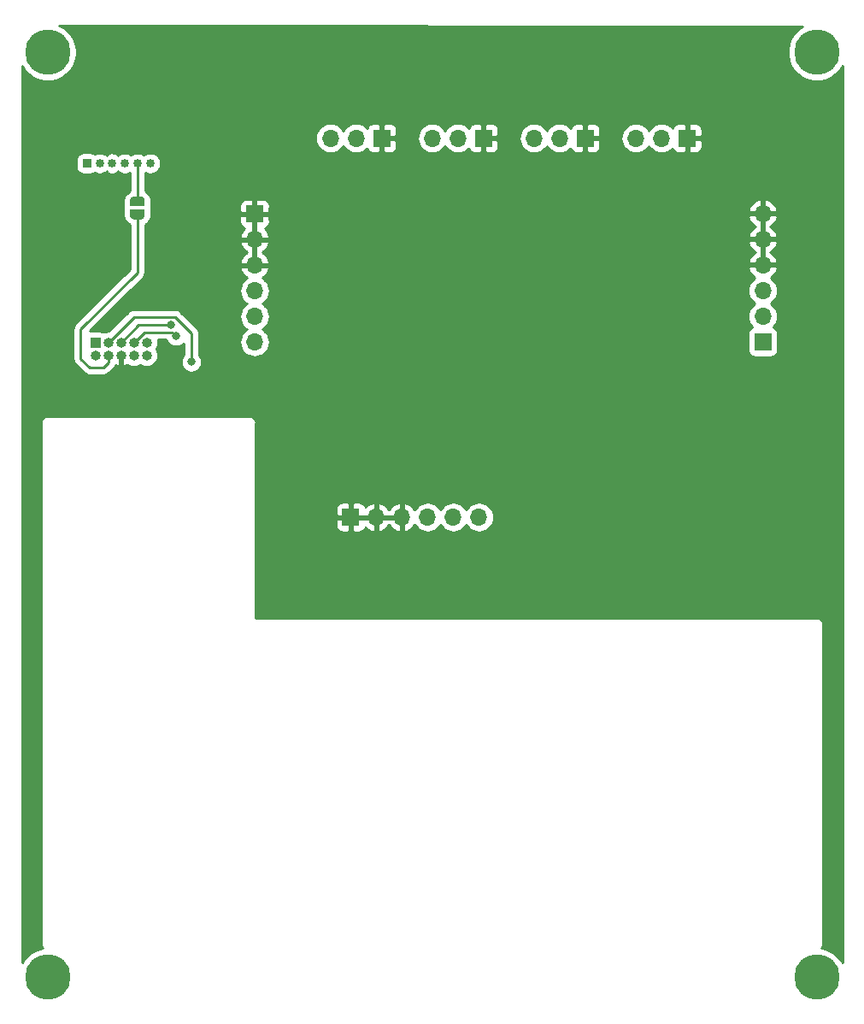
<source format=gbr>
G04 #@! TF.GenerationSoftware,KiCad,Pcbnew,(5.1.2)-2*
G04 #@! TF.CreationDate,2021-08-28T01:13:10-04:00*
G04 #@! TF.ProjectId,MAG_Plus,4d41475f-506c-4757-932e-6b696361645f,rev?*
G04 #@! TF.SameCoordinates,Original*
G04 #@! TF.FileFunction,Copper,L2,Bot*
G04 #@! TF.FilePolarity,Positive*
%FSLAX46Y46*%
G04 Gerber Fmt 4.6, Leading zero omitted, Abs format (unit mm)*
G04 Created by KiCad (PCBNEW (5.1.2)-2) date 2021-08-28 01:13:10*
%MOMM*%
%LPD*%
G04 APERTURE LIST*
%ADD10C,0.500000*%
%ADD11C,0.100000*%
%ADD12O,1.700000X1.700000*%
%ADD13R,1.700000X1.700000*%
%ADD14R,1.000000X1.000000*%
%ADD15O,1.000000X1.000000*%
%ADD16R,0.850000X0.850000*%
%ADD17C,0.850000*%
%ADD18C,4.500000*%
%ADD19C,0.800000*%
%ADD20C,0.250000*%
%ADD21C,0.254000*%
G04 APERTURE END LIST*
D10*
X47980000Y-267510000D03*
D11*
G36*
X48729398Y-267510000D02*
G01*
X48729398Y-267534534D01*
X48724588Y-267583365D01*
X48715016Y-267631490D01*
X48700772Y-267678445D01*
X48681995Y-267723778D01*
X48658864Y-267767051D01*
X48631604Y-267807850D01*
X48600476Y-267845779D01*
X48565779Y-267880476D01*
X48527850Y-267911604D01*
X48487051Y-267938864D01*
X48443778Y-267961995D01*
X48398445Y-267980772D01*
X48351490Y-267995016D01*
X48303365Y-268004588D01*
X48254534Y-268009398D01*
X48230000Y-268009398D01*
X48230000Y-268010000D01*
X47730000Y-268010000D01*
X47730000Y-268009398D01*
X47705466Y-268009398D01*
X47656635Y-268004588D01*
X47608510Y-267995016D01*
X47561555Y-267980772D01*
X47516222Y-267961995D01*
X47472949Y-267938864D01*
X47432150Y-267911604D01*
X47394221Y-267880476D01*
X47359524Y-267845779D01*
X47328396Y-267807850D01*
X47301136Y-267767051D01*
X47278005Y-267723778D01*
X47259228Y-267678445D01*
X47244984Y-267631490D01*
X47235412Y-267583365D01*
X47230602Y-267534534D01*
X47230602Y-267510000D01*
X47230000Y-267510000D01*
X47230000Y-267010000D01*
X48730000Y-267010000D01*
X48730000Y-267510000D01*
X48729398Y-267510000D01*
X48729398Y-267510000D01*
G37*
D10*
X47980000Y-266210000D03*
D11*
G36*
X47230000Y-266710000D02*
G01*
X47230000Y-266210000D01*
X47230602Y-266210000D01*
X47230602Y-266185466D01*
X47235412Y-266136635D01*
X47244984Y-266088510D01*
X47259228Y-266041555D01*
X47278005Y-265996222D01*
X47301136Y-265952949D01*
X47328396Y-265912150D01*
X47359524Y-265874221D01*
X47394221Y-265839524D01*
X47432150Y-265808396D01*
X47472949Y-265781136D01*
X47516222Y-265758005D01*
X47561555Y-265739228D01*
X47608510Y-265724984D01*
X47656635Y-265715412D01*
X47705466Y-265710602D01*
X47730000Y-265710602D01*
X47730000Y-265710000D01*
X48230000Y-265710000D01*
X48230000Y-265710602D01*
X48254534Y-265710602D01*
X48303365Y-265715412D01*
X48351490Y-265724984D01*
X48398445Y-265739228D01*
X48443778Y-265758005D01*
X48487051Y-265781136D01*
X48527850Y-265808396D01*
X48565779Y-265839524D01*
X48600476Y-265874221D01*
X48631604Y-265912150D01*
X48658864Y-265952949D01*
X48681995Y-265996222D01*
X48700772Y-266041555D01*
X48715016Y-266088510D01*
X48724588Y-266136635D01*
X48729398Y-266185466D01*
X48729398Y-266210000D01*
X48730000Y-266210000D01*
X48730000Y-266710000D01*
X47230000Y-266710000D01*
X47230000Y-266710000D01*
G37*
D12*
X67130000Y-259970000D03*
X69670000Y-259970000D03*
D13*
X72210000Y-259970000D03*
X82290000Y-259970000D03*
D12*
X79750000Y-259970000D03*
X77210000Y-259970000D03*
D13*
X69120000Y-297500000D03*
D12*
X71660000Y-297500000D03*
X74200000Y-297500000D03*
X76740000Y-297500000D03*
X79280000Y-297500000D03*
X81820000Y-297500000D03*
D13*
X102460000Y-259970000D03*
D12*
X99920000Y-259970000D03*
X97380000Y-259970000D03*
D14*
X43830000Y-280210000D03*
D15*
X43830000Y-281480000D03*
X45100000Y-280210000D03*
X45100000Y-281480000D03*
X46370000Y-280210000D03*
X46370000Y-281480000D03*
X47640000Y-280210000D03*
X47640000Y-281480000D03*
X48910000Y-280210000D03*
X48910000Y-281480000D03*
D16*
X43000000Y-262450000D03*
D17*
X44250000Y-262450000D03*
X45500000Y-262450000D03*
X46750000Y-262450000D03*
X48000000Y-262450000D03*
X49250000Y-262450000D03*
D12*
X109950000Y-267440000D03*
X109950000Y-269980000D03*
X109950000Y-272520000D03*
X109950000Y-275060000D03*
X109950000Y-277600000D03*
D13*
X109950000Y-280140000D03*
D12*
X87290000Y-259970000D03*
X89830000Y-259970000D03*
D13*
X92370000Y-259970000D03*
X59610000Y-267450000D03*
D12*
X59610000Y-269990000D03*
X59610000Y-272530000D03*
X59610000Y-275070000D03*
X59610000Y-277610000D03*
X59610000Y-280150000D03*
D18*
X115290000Y-251430000D03*
X115300000Y-343030000D03*
X39090000Y-251430000D03*
X39090000Y-343040000D03*
D19*
X51352328Y-278445001D03*
X53342390Y-282117710D03*
X51820000Y-279570000D03*
D20*
X47980000Y-266210000D02*
X47980000Y-262470000D01*
X47980000Y-262470000D02*
X48000000Y-262450000D01*
X46370000Y-280210000D02*
X48134999Y-278445001D01*
X48134999Y-278445001D02*
X51352328Y-278445001D01*
X53342390Y-281552025D02*
X53342390Y-282117710D01*
X51720000Y-277650000D02*
X53342390Y-279272390D01*
X47660000Y-277650000D02*
X51720000Y-277650000D01*
X53342390Y-279272390D02*
X53342390Y-281552025D01*
X45100000Y-280210000D02*
X47660000Y-277650000D01*
X48679999Y-279170001D02*
X51420001Y-279170001D01*
X47640000Y-280210000D02*
X48679999Y-279170001D01*
X51420001Y-279170001D02*
X51820000Y-279570000D01*
X45100000Y-282187106D02*
X44607106Y-282680000D01*
X44607106Y-282680000D02*
X43250000Y-282680000D01*
X45100000Y-281480000D02*
X45100000Y-282187106D01*
X47980000Y-273280000D02*
X47980000Y-267510000D01*
X43250000Y-282680000D02*
X42380000Y-281810000D01*
X42380000Y-281810000D02*
X42380000Y-278880000D01*
X42380000Y-278880000D02*
X47980000Y-273280000D01*
D21*
G36*
X113906820Y-248884451D02*
G01*
X113450920Y-249189074D01*
X113049074Y-249590920D01*
X112733346Y-250063440D01*
X112515869Y-250588477D01*
X112405000Y-251145852D01*
X112405000Y-251714148D01*
X112515869Y-252271523D01*
X112733346Y-252796560D01*
X113049074Y-253269080D01*
X113450920Y-253670926D01*
X113923440Y-253986654D01*
X114448477Y-254204131D01*
X115005852Y-254315000D01*
X115574148Y-254315000D01*
X116131523Y-254204131D01*
X116656560Y-253986654D01*
X117129080Y-253670926D01*
X117530926Y-253269080D01*
X117830001Y-252821483D01*
X117830000Y-341623550D01*
X117540926Y-341190920D01*
X117139080Y-340789074D01*
X116666560Y-340473346D01*
X116141523Y-340255869D01*
X115772478Y-340182461D01*
X115841425Y-340098450D01*
X115902710Y-339983793D01*
X115940450Y-339859383D01*
X115953193Y-339730000D01*
X115950000Y-339697581D01*
X115950000Y-308162419D01*
X115953193Y-308130000D01*
X115940450Y-308000617D01*
X115902710Y-307876207D01*
X115841425Y-307761550D01*
X115758948Y-307661052D01*
X115658450Y-307578575D01*
X115543793Y-307517290D01*
X115419383Y-307479550D01*
X115322419Y-307470000D01*
X115290000Y-307466807D01*
X115257581Y-307470000D01*
X59740000Y-307470000D01*
X59740000Y-298350000D01*
X67631928Y-298350000D01*
X67644188Y-298474482D01*
X67680498Y-298594180D01*
X67739463Y-298704494D01*
X67818815Y-298801185D01*
X67915506Y-298880537D01*
X68025820Y-298939502D01*
X68145518Y-298975812D01*
X68270000Y-298988072D01*
X68834250Y-298985000D01*
X68993000Y-298826250D01*
X68993000Y-297627000D01*
X69247000Y-297627000D01*
X69247000Y-298826250D01*
X69405750Y-298985000D01*
X69970000Y-298988072D01*
X70094482Y-298975812D01*
X70214180Y-298939502D01*
X70324494Y-298880537D01*
X70421185Y-298801185D01*
X70500537Y-298704494D01*
X70559502Y-298594180D01*
X70583966Y-298513534D01*
X70659731Y-298597588D01*
X70893080Y-298771641D01*
X71155901Y-298896825D01*
X71303110Y-298941476D01*
X71533000Y-298820155D01*
X71533000Y-297627000D01*
X71787000Y-297627000D01*
X71787000Y-298820155D01*
X72016890Y-298941476D01*
X72164099Y-298896825D01*
X72426920Y-298771641D01*
X72660269Y-298597588D01*
X72855178Y-298381355D01*
X72930000Y-298255745D01*
X73004822Y-298381355D01*
X73199731Y-298597588D01*
X73433080Y-298771641D01*
X73695901Y-298896825D01*
X73843110Y-298941476D01*
X74073000Y-298820155D01*
X74073000Y-297627000D01*
X71787000Y-297627000D01*
X71533000Y-297627000D01*
X69247000Y-297627000D01*
X68993000Y-297627000D01*
X67793750Y-297627000D01*
X67635000Y-297785750D01*
X67631928Y-298350000D01*
X59740000Y-298350000D01*
X59740000Y-296650000D01*
X67631928Y-296650000D01*
X67635000Y-297214250D01*
X67793750Y-297373000D01*
X68993000Y-297373000D01*
X68993000Y-296173750D01*
X69247000Y-296173750D01*
X69247000Y-297373000D01*
X71533000Y-297373000D01*
X71533000Y-296179845D01*
X71787000Y-296179845D01*
X71787000Y-297373000D01*
X74073000Y-297373000D01*
X74073000Y-296179845D01*
X74327000Y-296179845D01*
X74327000Y-297373000D01*
X74347000Y-297373000D01*
X74347000Y-297627000D01*
X74327000Y-297627000D01*
X74327000Y-298820155D01*
X74556890Y-298941476D01*
X74704099Y-298896825D01*
X74966920Y-298771641D01*
X75200269Y-298597588D01*
X75395178Y-298381355D01*
X75464799Y-298264477D01*
X75499294Y-298329014D01*
X75684866Y-298555134D01*
X75910986Y-298740706D01*
X76168966Y-298878599D01*
X76448889Y-298963513D01*
X76667050Y-298985000D01*
X76812950Y-298985000D01*
X77031111Y-298963513D01*
X77311034Y-298878599D01*
X77569014Y-298740706D01*
X77795134Y-298555134D01*
X77980706Y-298329014D01*
X78010000Y-298274209D01*
X78039294Y-298329014D01*
X78224866Y-298555134D01*
X78450986Y-298740706D01*
X78708966Y-298878599D01*
X78988889Y-298963513D01*
X79207050Y-298985000D01*
X79352950Y-298985000D01*
X79571111Y-298963513D01*
X79851034Y-298878599D01*
X80109014Y-298740706D01*
X80335134Y-298555134D01*
X80520706Y-298329014D01*
X80550000Y-298274209D01*
X80579294Y-298329014D01*
X80764866Y-298555134D01*
X80990986Y-298740706D01*
X81248966Y-298878599D01*
X81528889Y-298963513D01*
X81747050Y-298985000D01*
X81892950Y-298985000D01*
X82111111Y-298963513D01*
X82391034Y-298878599D01*
X82649014Y-298740706D01*
X82875134Y-298555134D01*
X83060706Y-298329014D01*
X83198599Y-298071034D01*
X83283513Y-297791111D01*
X83312185Y-297500000D01*
X83283513Y-297208889D01*
X83198599Y-296928966D01*
X83060706Y-296670986D01*
X82875134Y-296444866D01*
X82649014Y-296259294D01*
X82391034Y-296121401D01*
X82111111Y-296036487D01*
X81892950Y-296015000D01*
X81747050Y-296015000D01*
X81528889Y-296036487D01*
X81248966Y-296121401D01*
X80990986Y-296259294D01*
X80764866Y-296444866D01*
X80579294Y-296670986D01*
X80550000Y-296725791D01*
X80520706Y-296670986D01*
X80335134Y-296444866D01*
X80109014Y-296259294D01*
X79851034Y-296121401D01*
X79571111Y-296036487D01*
X79352950Y-296015000D01*
X79207050Y-296015000D01*
X78988889Y-296036487D01*
X78708966Y-296121401D01*
X78450986Y-296259294D01*
X78224866Y-296444866D01*
X78039294Y-296670986D01*
X78010000Y-296725791D01*
X77980706Y-296670986D01*
X77795134Y-296444866D01*
X77569014Y-296259294D01*
X77311034Y-296121401D01*
X77031111Y-296036487D01*
X76812950Y-296015000D01*
X76667050Y-296015000D01*
X76448889Y-296036487D01*
X76168966Y-296121401D01*
X75910986Y-296259294D01*
X75684866Y-296444866D01*
X75499294Y-296670986D01*
X75464799Y-296735523D01*
X75395178Y-296618645D01*
X75200269Y-296402412D01*
X74966920Y-296228359D01*
X74704099Y-296103175D01*
X74556890Y-296058524D01*
X74327000Y-296179845D01*
X74073000Y-296179845D01*
X73843110Y-296058524D01*
X73695901Y-296103175D01*
X73433080Y-296228359D01*
X73199731Y-296402412D01*
X73004822Y-296618645D01*
X72930000Y-296744255D01*
X72855178Y-296618645D01*
X72660269Y-296402412D01*
X72426920Y-296228359D01*
X72164099Y-296103175D01*
X72016890Y-296058524D01*
X71787000Y-296179845D01*
X71533000Y-296179845D01*
X71303110Y-296058524D01*
X71155901Y-296103175D01*
X70893080Y-296228359D01*
X70659731Y-296402412D01*
X70583966Y-296486466D01*
X70559502Y-296405820D01*
X70500537Y-296295506D01*
X70421185Y-296198815D01*
X70324494Y-296119463D01*
X70214180Y-296060498D01*
X70094482Y-296024188D01*
X69970000Y-296011928D01*
X69405750Y-296015000D01*
X69247000Y-296173750D01*
X68993000Y-296173750D01*
X68834250Y-296015000D01*
X68270000Y-296011928D01*
X68145518Y-296024188D01*
X68025820Y-296060498D01*
X67915506Y-296119463D01*
X67818815Y-296198815D01*
X67739463Y-296295506D01*
X67680498Y-296405820D01*
X67644188Y-296525518D01*
X67631928Y-296650000D01*
X59740000Y-296650000D01*
X59740000Y-288162419D01*
X59743193Y-288130000D01*
X59730450Y-288000617D01*
X59692710Y-287876207D01*
X59631425Y-287761550D01*
X59548948Y-287661052D01*
X59448450Y-287578575D01*
X59333793Y-287517290D01*
X59209383Y-287479550D01*
X59112419Y-287470000D01*
X59080000Y-287466807D01*
X59047581Y-287470000D01*
X39112246Y-287470000D01*
X39079669Y-287466808D01*
X39016325Y-287473078D01*
X38950617Y-287479550D01*
X38950456Y-287479599D01*
X38950292Y-287479615D01*
X38888633Y-287498353D01*
X38826207Y-287517290D01*
X38826060Y-287517369D01*
X38825901Y-287517417D01*
X38769703Y-287547492D01*
X38711550Y-287578575D01*
X38711418Y-287578684D01*
X38711275Y-287578760D01*
X38662411Y-287618903D01*
X38611052Y-287661052D01*
X38610944Y-287661183D01*
X38610818Y-287661287D01*
X38570279Y-287710734D01*
X38528575Y-287761550D01*
X38528496Y-287761698D01*
X38528391Y-287761826D01*
X38498442Y-287817926D01*
X38467290Y-287876207D01*
X38467240Y-287876371D01*
X38467164Y-287876514D01*
X38448887Y-287936872D01*
X38429550Y-288000617D01*
X38429533Y-288000787D01*
X38429486Y-288000943D01*
X38423241Y-288064670D01*
X38416807Y-288130000D01*
X38420016Y-288162585D01*
X38430001Y-308130000D01*
X38430000Y-334097581D01*
X38430000Y-334097582D01*
X38430001Y-339697571D01*
X38426807Y-339730000D01*
X38439550Y-339859383D01*
X38477290Y-339983793D01*
X38538575Y-340098450D01*
X38615980Y-340192768D01*
X38248477Y-340265869D01*
X37723440Y-340483346D01*
X37250920Y-340799074D01*
X36849074Y-341200920D01*
X36550000Y-341648516D01*
X36550000Y-278880000D01*
X41616324Y-278880000D01*
X41620001Y-278917332D01*
X41620000Y-281772677D01*
X41616324Y-281810000D01*
X41620000Y-281847322D01*
X41620000Y-281847332D01*
X41630997Y-281958985D01*
X41657097Y-282045026D01*
X41674454Y-282102246D01*
X41745026Y-282234276D01*
X41764144Y-282257571D01*
X41839999Y-282350001D01*
X41869002Y-282373803D01*
X42686201Y-283191003D01*
X42709999Y-283220001D01*
X42825724Y-283314974D01*
X42957753Y-283385546D01*
X43101014Y-283429003D01*
X43212667Y-283440000D01*
X43212677Y-283440000D01*
X43250000Y-283443676D01*
X43287323Y-283440000D01*
X44569784Y-283440000D01*
X44607106Y-283443676D01*
X44644428Y-283440000D01*
X44644439Y-283440000D01*
X44756092Y-283429003D01*
X44899353Y-283385546D01*
X45031382Y-283314974D01*
X45147107Y-283220001D01*
X45170909Y-283190998D01*
X45611002Y-282750906D01*
X45640001Y-282727107D01*
X45734974Y-282611382D01*
X45805546Y-282479353D01*
X45809351Y-282466810D01*
X45809794Y-282467123D01*
X46013136Y-282557446D01*
X46068126Y-282574119D01*
X46243000Y-282447954D01*
X46243000Y-281607000D01*
X46227983Y-281607000D01*
X46240491Y-281480000D01*
X46227983Y-281353000D01*
X46243000Y-281353000D01*
X46243000Y-281337983D01*
X46314248Y-281345000D01*
X46425752Y-281345000D01*
X46497000Y-281337983D01*
X46497000Y-281353000D01*
X46512017Y-281353000D01*
X46499509Y-281480000D01*
X46512017Y-281607000D01*
X46497000Y-281607000D01*
X46497000Y-282447954D01*
X46671874Y-282574119D01*
X46726864Y-282557446D01*
X46930206Y-282467123D01*
X46996617Y-282420274D01*
X47006377Y-282428284D01*
X47203553Y-282533676D01*
X47417501Y-282598577D01*
X47584248Y-282615000D01*
X47695752Y-282615000D01*
X47862499Y-282598577D01*
X48076447Y-282533676D01*
X48273623Y-282428284D01*
X48275000Y-282427154D01*
X48276377Y-282428284D01*
X48473553Y-282533676D01*
X48687501Y-282598577D01*
X48854248Y-282615000D01*
X48965752Y-282615000D01*
X49132499Y-282598577D01*
X49346447Y-282533676D01*
X49543623Y-282428284D01*
X49716449Y-282286449D01*
X49858284Y-282113623D01*
X49963676Y-281916447D01*
X50028577Y-281702499D01*
X50050491Y-281480000D01*
X50028577Y-281257501D01*
X49963676Y-281043553D01*
X49858284Y-280846377D01*
X49857154Y-280845000D01*
X49858284Y-280843623D01*
X49963676Y-280646447D01*
X50028577Y-280432499D01*
X50050491Y-280210000D01*
X50028577Y-279987501D01*
X50011134Y-279930001D01*
X50848841Y-279930001D01*
X50902795Y-280060256D01*
X51016063Y-280229774D01*
X51160226Y-280373937D01*
X51329744Y-280487205D01*
X51518102Y-280565226D01*
X51718061Y-280605000D01*
X51921939Y-280605000D01*
X52121898Y-280565226D01*
X52310256Y-280487205D01*
X52479774Y-280373937D01*
X52582390Y-280271321D01*
X52582391Y-281413998D01*
X52538453Y-281457936D01*
X52425185Y-281627454D01*
X52347164Y-281815812D01*
X52307390Y-282015771D01*
X52307390Y-282219649D01*
X52347164Y-282419608D01*
X52425185Y-282607966D01*
X52538453Y-282777484D01*
X52682616Y-282921647D01*
X52852134Y-283034915D01*
X53040492Y-283112936D01*
X53240451Y-283152710D01*
X53444329Y-283152710D01*
X53644288Y-283112936D01*
X53832646Y-283034915D01*
X54002164Y-282921647D01*
X54146327Y-282777484D01*
X54259595Y-282607966D01*
X54337616Y-282419608D01*
X54377390Y-282219649D01*
X54377390Y-282015771D01*
X54337616Y-281815812D01*
X54259595Y-281627454D01*
X54146327Y-281457936D01*
X54102390Y-281413999D01*
X54102390Y-279309713D01*
X54106066Y-279272390D01*
X54102390Y-279235067D01*
X54102390Y-279235057D01*
X54091393Y-279123404D01*
X54047936Y-278980143D01*
X53993208Y-278877755D01*
X53977364Y-278848113D01*
X53906189Y-278761387D01*
X53882391Y-278732389D01*
X53853394Y-278708592D01*
X52283804Y-277139003D01*
X52260001Y-277109999D01*
X52144276Y-277015026D01*
X52012247Y-276944454D01*
X51868986Y-276900997D01*
X51757333Y-276890000D01*
X51757322Y-276890000D01*
X51720000Y-276886324D01*
X51682678Y-276890000D01*
X47697325Y-276890000D01*
X47660000Y-276886324D01*
X47622675Y-276890000D01*
X47622667Y-276890000D01*
X47511014Y-276900997D01*
X47367753Y-276944454D01*
X47235724Y-277015026D01*
X47119999Y-277109999D01*
X47096201Y-277138997D01*
X45159800Y-279075399D01*
X45155752Y-279075000D01*
X45044248Y-279075000D01*
X44877501Y-279091423D01*
X44663553Y-279156324D01*
X44652379Y-279162297D01*
X44574180Y-279120498D01*
X44454482Y-279084188D01*
X44330000Y-279071928D01*
X43330000Y-279071928D01*
X43255540Y-279079261D01*
X47264801Y-275070000D01*
X58117815Y-275070000D01*
X58146487Y-275361111D01*
X58231401Y-275641034D01*
X58369294Y-275899014D01*
X58554866Y-276125134D01*
X58780986Y-276310706D01*
X58835791Y-276340000D01*
X58780986Y-276369294D01*
X58554866Y-276554866D01*
X58369294Y-276780986D01*
X58231401Y-277038966D01*
X58146487Y-277318889D01*
X58117815Y-277610000D01*
X58146487Y-277901111D01*
X58231401Y-278181034D01*
X58369294Y-278439014D01*
X58554866Y-278665134D01*
X58780986Y-278850706D01*
X58835791Y-278880000D01*
X58780986Y-278909294D01*
X58554866Y-279094866D01*
X58369294Y-279320986D01*
X58231401Y-279578966D01*
X58146487Y-279858889D01*
X58117815Y-280150000D01*
X58146487Y-280441111D01*
X58231401Y-280721034D01*
X58369294Y-280979014D01*
X58554866Y-281205134D01*
X58780986Y-281390706D01*
X59038966Y-281528599D01*
X59318889Y-281613513D01*
X59537050Y-281635000D01*
X59682950Y-281635000D01*
X59901111Y-281613513D01*
X60181034Y-281528599D01*
X60439014Y-281390706D01*
X60665134Y-281205134D01*
X60850706Y-280979014D01*
X60988599Y-280721034D01*
X61073513Y-280441111D01*
X61102185Y-280150000D01*
X61073513Y-279858889D01*
X60988599Y-279578966D01*
X60850706Y-279320986D01*
X60665134Y-279094866D01*
X60439014Y-278909294D01*
X60384209Y-278880000D01*
X60439014Y-278850706D01*
X60665134Y-278665134D01*
X60850706Y-278439014D01*
X60988599Y-278181034D01*
X61073513Y-277901111D01*
X61102185Y-277610000D01*
X61073513Y-277318889D01*
X60988599Y-277038966D01*
X60850706Y-276780986D01*
X60665134Y-276554866D01*
X60439014Y-276369294D01*
X60384209Y-276340000D01*
X60439014Y-276310706D01*
X60665134Y-276125134D01*
X60850706Y-275899014D01*
X60988599Y-275641034D01*
X61073513Y-275361111D01*
X61102185Y-275070000D01*
X61101201Y-275060000D01*
X108457815Y-275060000D01*
X108486487Y-275351111D01*
X108571401Y-275631034D01*
X108709294Y-275889014D01*
X108894866Y-276115134D01*
X109120986Y-276300706D01*
X109175791Y-276330000D01*
X109120986Y-276359294D01*
X108894866Y-276544866D01*
X108709294Y-276770986D01*
X108571401Y-277028966D01*
X108486487Y-277308889D01*
X108457815Y-277600000D01*
X108486487Y-277891111D01*
X108571401Y-278171034D01*
X108709294Y-278429014D01*
X108894866Y-278655134D01*
X108924687Y-278679607D01*
X108855820Y-278700498D01*
X108745506Y-278759463D01*
X108648815Y-278838815D01*
X108569463Y-278935506D01*
X108510498Y-279045820D01*
X108474188Y-279165518D01*
X108461928Y-279290000D01*
X108461928Y-280990000D01*
X108474188Y-281114482D01*
X108510498Y-281234180D01*
X108569463Y-281344494D01*
X108648815Y-281441185D01*
X108745506Y-281520537D01*
X108855820Y-281579502D01*
X108975518Y-281615812D01*
X109100000Y-281628072D01*
X110800000Y-281628072D01*
X110924482Y-281615812D01*
X111044180Y-281579502D01*
X111154494Y-281520537D01*
X111251185Y-281441185D01*
X111330537Y-281344494D01*
X111389502Y-281234180D01*
X111425812Y-281114482D01*
X111438072Y-280990000D01*
X111438072Y-279290000D01*
X111425812Y-279165518D01*
X111389502Y-279045820D01*
X111330537Y-278935506D01*
X111251185Y-278838815D01*
X111154494Y-278759463D01*
X111044180Y-278700498D01*
X110975313Y-278679607D01*
X111005134Y-278655134D01*
X111190706Y-278429014D01*
X111328599Y-278171034D01*
X111413513Y-277891111D01*
X111442185Y-277600000D01*
X111413513Y-277308889D01*
X111328599Y-277028966D01*
X111190706Y-276770986D01*
X111005134Y-276544866D01*
X110779014Y-276359294D01*
X110724209Y-276330000D01*
X110779014Y-276300706D01*
X111005134Y-276115134D01*
X111190706Y-275889014D01*
X111328599Y-275631034D01*
X111413513Y-275351111D01*
X111442185Y-275060000D01*
X111413513Y-274768889D01*
X111328599Y-274488966D01*
X111190706Y-274230986D01*
X111005134Y-274004866D01*
X110779014Y-273819294D01*
X110714477Y-273784799D01*
X110831355Y-273715178D01*
X111047588Y-273520269D01*
X111221641Y-273286920D01*
X111346825Y-273024099D01*
X111391476Y-272876890D01*
X111270155Y-272647000D01*
X110077000Y-272647000D01*
X110077000Y-272667000D01*
X109823000Y-272667000D01*
X109823000Y-272647000D01*
X108629845Y-272647000D01*
X108508524Y-272876890D01*
X108553175Y-273024099D01*
X108678359Y-273286920D01*
X108852412Y-273520269D01*
X109068645Y-273715178D01*
X109185523Y-273784799D01*
X109120986Y-273819294D01*
X108894866Y-274004866D01*
X108709294Y-274230986D01*
X108571401Y-274488966D01*
X108486487Y-274768889D01*
X108457815Y-275060000D01*
X61101201Y-275060000D01*
X61073513Y-274778889D01*
X60988599Y-274498966D01*
X60850706Y-274240986D01*
X60665134Y-274014866D01*
X60439014Y-273829294D01*
X60374477Y-273794799D01*
X60491355Y-273725178D01*
X60707588Y-273530269D01*
X60881641Y-273296920D01*
X61006825Y-273034099D01*
X61051476Y-272886890D01*
X60930155Y-272657000D01*
X59737000Y-272657000D01*
X59737000Y-272677000D01*
X59483000Y-272677000D01*
X59483000Y-272657000D01*
X58289845Y-272657000D01*
X58168524Y-272886890D01*
X58213175Y-273034099D01*
X58338359Y-273296920D01*
X58512412Y-273530269D01*
X58728645Y-273725178D01*
X58845523Y-273794799D01*
X58780986Y-273829294D01*
X58554866Y-274014866D01*
X58369294Y-274240986D01*
X58231401Y-274498966D01*
X58146487Y-274778889D01*
X58117815Y-275070000D01*
X47264801Y-275070000D01*
X48491004Y-273843798D01*
X48520001Y-273820001D01*
X48546332Y-273787917D01*
X48614974Y-273704277D01*
X48685546Y-273572247D01*
X48685546Y-273572246D01*
X48729003Y-273428986D01*
X48740000Y-273317333D01*
X48740000Y-273317323D01*
X48743676Y-273280000D01*
X48740000Y-273242677D01*
X48740000Y-270346890D01*
X58168524Y-270346890D01*
X58213175Y-270494099D01*
X58338359Y-270756920D01*
X58512412Y-270990269D01*
X58728645Y-271185178D01*
X58854255Y-271260000D01*
X58728645Y-271334822D01*
X58512412Y-271529731D01*
X58338359Y-271763080D01*
X58213175Y-272025901D01*
X58168524Y-272173110D01*
X58289845Y-272403000D01*
X59483000Y-272403000D01*
X59483000Y-270117000D01*
X59737000Y-270117000D01*
X59737000Y-272403000D01*
X60930155Y-272403000D01*
X61051476Y-272173110D01*
X61006825Y-272025901D01*
X60881641Y-271763080D01*
X60707588Y-271529731D01*
X60491355Y-271334822D01*
X60365745Y-271260000D01*
X60491355Y-271185178D01*
X60707588Y-270990269D01*
X60881641Y-270756920D01*
X61006825Y-270494099D01*
X61051476Y-270346890D01*
X61046199Y-270336890D01*
X108508524Y-270336890D01*
X108553175Y-270484099D01*
X108678359Y-270746920D01*
X108852412Y-270980269D01*
X109068645Y-271175178D01*
X109194255Y-271250000D01*
X109068645Y-271324822D01*
X108852412Y-271519731D01*
X108678359Y-271753080D01*
X108553175Y-272015901D01*
X108508524Y-272163110D01*
X108629845Y-272393000D01*
X109823000Y-272393000D01*
X109823000Y-270107000D01*
X110077000Y-270107000D01*
X110077000Y-272393000D01*
X111270155Y-272393000D01*
X111391476Y-272163110D01*
X111346825Y-272015901D01*
X111221641Y-271753080D01*
X111047588Y-271519731D01*
X110831355Y-271324822D01*
X110705745Y-271250000D01*
X110831355Y-271175178D01*
X111047588Y-270980269D01*
X111221641Y-270746920D01*
X111346825Y-270484099D01*
X111391476Y-270336890D01*
X111270155Y-270107000D01*
X110077000Y-270107000D01*
X109823000Y-270107000D01*
X108629845Y-270107000D01*
X108508524Y-270336890D01*
X61046199Y-270336890D01*
X60930155Y-270117000D01*
X59737000Y-270117000D01*
X59483000Y-270117000D01*
X58289845Y-270117000D01*
X58168524Y-270346890D01*
X48740000Y-270346890D01*
X48740000Y-268524362D01*
X48820192Y-268481498D01*
X48901691Y-268427042D01*
X48998382Y-268347690D01*
X49046072Y-268300000D01*
X58121928Y-268300000D01*
X58134188Y-268424482D01*
X58170498Y-268544180D01*
X58229463Y-268654494D01*
X58308815Y-268751185D01*
X58405506Y-268830537D01*
X58515820Y-268889502D01*
X58596466Y-268913966D01*
X58512412Y-268989731D01*
X58338359Y-269223080D01*
X58213175Y-269485901D01*
X58168524Y-269633110D01*
X58289845Y-269863000D01*
X59483000Y-269863000D01*
X59483000Y-267577000D01*
X59737000Y-267577000D01*
X59737000Y-269863000D01*
X60930155Y-269863000D01*
X61051476Y-269633110D01*
X61006825Y-269485901D01*
X60881641Y-269223080D01*
X60707588Y-268989731D01*
X60623534Y-268913966D01*
X60704180Y-268889502D01*
X60814494Y-268830537D01*
X60911185Y-268751185D01*
X60990537Y-268654494D01*
X61049502Y-268544180D01*
X61085812Y-268424482D01*
X61098072Y-268300000D01*
X61095333Y-267796890D01*
X108508524Y-267796890D01*
X108553175Y-267944099D01*
X108678359Y-268206920D01*
X108852412Y-268440269D01*
X109068645Y-268635178D01*
X109194255Y-268710000D01*
X109068645Y-268784822D01*
X108852412Y-268979731D01*
X108678359Y-269213080D01*
X108553175Y-269475901D01*
X108508524Y-269623110D01*
X108629845Y-269853000D01*
X109823000Y-269853000D01*
X109823000Y-267567000D01*
X110077000Y-267567000D01*
X110077000Y-269853000D01*
X111270155Y-269853000D01*
X111391476Y-269623110D01*
X111346825Y-269475901D01*
X111221641Y-269213080D01*
X111047588Y-268979731D01*
X110831355Y-268784822D01*
X110705745Y-268710000D01*
X110831355Y-268635178D01*
X111047588Y-268440269D01*
X111221641Y-268206920D01*
X111346825Y-267944099D01*
X111391476Y-267796890D01*
X111270155Y-267567000D01*
X110077000Y-267567000D01*
X109823000Y-267567000D01*
X108629845Y-267567000D01*
X108508524Y-267796890D01*
X61095333Y-267796890D01*
X61095000Y-267735750D01*
X60936250Y-267577000D01*
X59737000Y-267577000D01*
X59483000Y-267577000D01*
X58283750Y-267577000D01*
X58125000Y-267735750D01*
X58121928Y-268300000D01*
X49046072Y-268300000D01*
X49067690Y-268278382D01*
X49147042Y-268181691D01*
X49201498Y-268100192D01*
X49260464Y-267989875D01*
X49297973Y-267899319D01*
X49334282Y-267779623D01*
X49353404Y-267683490D01*
X49365664Y-267559009D01*
X49365664Y-267534450D01*
X49368072Y-267510000D01*
X49368072Y-267010000D01*
X49355812Y-266885518D01*
X49348071Y-266860000D01*
X49355812Y-266834482D01*
X49368072Y-266710000D01*
X49368072Y-266600000D01*
X58121928Y-266600000D01*
X58125000Y-267164250D01*
X58283750Y-267323000D01*
X59483000Y-267323000D01*
X59483000Y-266123750D01*
X59737000Y-266123750D01*
X59737000Y-267323000D01*
X60936250Y-267323000D01*
X61095000Y-267164250D01*
X61095441Y-267083110D01*
X108508524Y-267083110D01*
X108629845Y-267313000D01*
X109823000Y-267313000D01*
X109823000Y-266119186D01*
X110077000Y-266119186D01*
X110077000Y-267313000D01*
X111270155Y-267313000D01*
X111391476Y-267083110D01*
X111346825Y-266935901D01*
X111221641Y-266673080D01*
X111047588Y-266439731D01*
X110831355Y-266244822D01*
X110581252Y-266095843D01*
X110306891Y-265998519D01*
X110077000Y-266119186D01*
X109823000Y-266119186D01*
X109593109Y-265998519D01*
X109318748Y-266095843D01*
X109068645Y-266244822D01*
X108852412Y-266439731D01*
X108678359Y-266673080D01*
X108553175Y-266935901D01*
X108508524Y-267083110D01*
X61095441Y-267083110D01*
X61098072Y-266600000D01*
X61085812Y-266475518D01*
X61049502Y-266355820D01*
X60990537Y-266245506D01*
X60911185Y-266148815D01*
X60814494Y-266069463D01*
X60704180Y-266010498D01*
X60584482Y-265974188D01*
X60460000Y-265961928D01*
X59895750Y-265965000D01*
X59737000Y-266123750D01*
X59483000Y-266123750D01*
X59324250Y-265965000D01*
X58760000Y-265961928D01*
X58635518Y-265974188D01*
X58515820Y-266010498D01*
X58405506Y-266069463D01*
X58308815Y-266148815D01*
X58229463Y-266245506D01*
X58170498Y-266355820D01*
X58134188Y-266475518D01*
X58121928Y-266600000D01*
X49368072Y-266600000D01*
X49368072Y-266210000D01*
X49365664Y-266185550D01*
X49365664Y-266160991D01*
X49353404Y-266036510D01*
X49334282Y-265940377D01*
X49297973Y-265820681D01*
X49260464Y-265730125D01*
X49201498Y-265619808D01*
X49147042Y-265538309D01*
X49067690Y-265441618D01*
X48998382Y-265372310D01*
X48901691Y-265292958D01*
X48820192Y-265238502D01*
X48740000Y-265195638D01*
X48740000Y-263384080D01*
X48747902Y-263389360D01*
X48940809Y-263469265D01*
X49145599Y-263510000D01*
X49354401Y-263510000D01*
X49559191Y-263469265D01*
X49752098Y-263389360D01*
X49925711Y-263273356D01*
X50073356Y-263125711D01*
X50189360Y-262952098D01*
X50269265Y-262759191D01*
X50310000Y-262554401D01*
X50310000Y-262345599D01*
X50269265Y-262140809D01*
X50189360Y-261947902D01*
X50073356Y-261774289D01*
X49925711Y-261626644D01*
X49752098Y-261510640D01*
X49559191Y-261430735D01*
X49354401Y-261390000D01*
X49145599Y-261390000D01*
X48940809Y-261430735D01*
X48747902Y-261510640D01*
X48625000Y-261592760D01*
X48502098Y-261510640D01*
X48309191Y-261430735D01*
X48104401Y-261390000D01*
X47895599Y-261390000D01*
X47690809Y-261430735D01*
X47497902Y-261510640D01*
X47375000Y-261592760D01*
X47252098Y-261510640D01*
X47059191Y-261430735D01*
X46854401Y-261390000D01*
X46645599Y-261390000D01*
X46440809Y-261430735D01*
X46247902Y-261510640D01*
X46074289Y-261626644D01*
X46037011Y-261663922D01*
X46018856Y-261519790D01*
X45827412Y-261436440D01*
X45623384Y-261392041D01*
X45414616Y-261388298D01*
X45209130Y-261425356D01*
X45014821Y-261501790D01*
X44981144Y-261519790D01*
X44962989Y-261663922D01*
X44925711Y-261626644D01*
X44752098Y-261510640D01*
X44559191Y-261430735D01*
X44354401Y-261390000D01*
X44145599Y-261390000D01*
X43940809Y-261430735D01*
X43781997Y-261496517D01*
X43779494Y-261494463D01*
X43669180Y-261435498D01*
X43549482Y-261399188D01*
X43425000Y-261386928D01*
X42575000Y-261386928D01*
X42450518Y-261399188D01*
X42330820Y-261435498D01*
X42220506Y-261494463D01*
X42123815Y-261573815D01*
X42044463Y-261670506D01*
X41985498Y-261780820D01*
X41949188Y-261900518D01*
X41936928Y-262025000D01*
X41936928Y-262875000D01*
X41949188Y-262999482D01*
X41985498Y-263119180D01*
X42044463Y-263229494D01*
X42123815Y-263326185D01*
X42220506Y-263405537D01*
X42330820Y-263464502D01*
X42450518Y-263500812D01*
X42575000Y-263513072D01*
X43425000Y-263513072D01*
X43549482Y-263500812D01*
X43669180Y-263464502D01*
X43779494Y-263405537D01*
X43781997Y-263403483D01*
X43940809Y-263469265D01*
X44145599Y-263510000D01*
X44354401Y-263510000D01*
X44559191Y-263469265D01*
X44752098Y-263389360D01*
X44925711Y-263273356D01*
X44962989Y-263236078D01*
X44981144Y-263380210D01*
X45172588Y-263463560D01*
X45376616Y-263507959D01*
X45585384Y-263511702D01*
X45790870Y-263474644D01*
X45985179Y-263398210D01*
X46018856Y-263380210D01*
X46037011Y-263236078D01*
X46074289Y-263273356D01*
X46247902Y-263389360D01*
X46440809Y-263469265D01*
X46645599Y-263510000D01*
X46854401Y-263510000D01*
X47059191Y-263469265D01*
X47220001Y-263402655D01*
X47220000Y-265195638D01*
X47139808Y-265238502D01*
X47058309Y-265292958D01*
X46961618Y-265372310D01*
X46892310Y-265441618D01*
X46812958Y-265538309D01*
X46758502Y-265619808D01*
X46699536Y-265730125D01*
X46662027Y-265820681D01*
X46625718Y-265940377D01*
X46606596Y-266036510D01*
X46594336Y-266160991D01*
X46594336Y-266185550D01*
X46591928Y-266210000D01*
X46591928Y-266710000D01*
X46604188Y-266834482D01*
X46611929Y-266860000D01*
X46604188Y-266885518D01*
X46591928Y-267010000D01*
X46591928Y-267510000D01*
X46594336Y-267534450D01*
X46594336Y-267559009D01*
X46606596Y-267683490D01*
X46625718Y-267779623D01*
X46662027Y-267899319D01*
X46699536Y-267989875D01*
X46758502Y-268100192D01*
X46812958Y-268181691D01*
X46892310Y-268278382D01*
X46961618Y-268347690D01*
X47058309Y-268427042D01*
X47139808Y-268481498D01*
X47220001Y-268524362D01*
X47220000Y-272965198D01*
X41868998Y-278316201D01*
X41840000Y-278339999D01*
X41816202Y-278368997D01*
X41816201Y-278368998D01*
X41745026Y-278455724D01*
X41674454Y-278587754D01*
X41651269Y-278664188D01*
X41630998Y-278731014D01*
X41627546Y-278766063D01*
X41616324Y-278880000D01*
X36550000Y-278880000D01*
X36550000Y-259970000D01*
X65637815Y-259970000D01*
X65666487Y-260261111D01*
X65751401Y-260541034D01*
X65889294Y-260799014D01*
X66074866Y-261025134D01*
X66300986Y-261210706D01*
X66558966Y-261348599D01*
X66838889Y-261433513D01*
X67057050Y-261455000D01*
X67202950Y-261455000D01*
X67421111Y-261433513D01*
X67701034Y-261348599D01*
X67959014Y-261210706D01*
X68185134Y-261025134D01*
X68370706Y-260799014D01*
X68400000Y-260744209D01*
X68429294Y-260799014D01*
X68614866Y-261025134D01*
X68840986Y-261210706D01*
X69098966Y-261348599D01*
X69378889Y-261433513D01*
X69597050Y-261455000D01*
X69742950Y-261455000D01*
X69961111Y-261433513D01*
X70241034Y-261348599D01*
X70499014Y-261210706D01*
X70725134Y-261025134D01*
X70749607Y-260995313D01*
X70770498Y-261064180D01*
X70829463Y-261174494D01*
X70908815Y-261271185D01*
X71005506Y-261350537D01*
X71115820Y-261409502D01*
X71235518Y-261445812D01*
X71360000Y-261458072D01*
X71924250Y-261455000D01*
X72083000Y-261296250D01*
X72083000Y-260097000D01*
X72337000Y-260097000D01*
X72337000Y-261296250D01*
X72495750Y-261455000D01*
X73060000Y-261458072D01*
X73184482Y-261445812D01*
X73304180Y-261409502D01*
X73414494Y-261350537D01*
X73511185Y-261271185D01*
X73590537Y-261174494D01*
X73649502Y-261064180D01*
X73685812Y-260944482D01*
X73698072Y-260820000D01*
X73695000Y-260255750D01*
X73536250Y-260097000D01*
X72337000Y-260097000D01*
X72083000Y-260097000D01*
X72063000Y-260097000D01*
X72063000Y-259970000D01*
X75717815Y-259970000D01*
X75746487Y-260261111D01*
X75831401Y-260541034D01*
X75969294Y-260799014D01*
X76154866Y-261025134D01*
X76380986Y-261210706D01*
X76638966Y-261348599D01*
X76918889Y-261433513D01*
X77137050Y-261455000D01*
X77282950Y-261455000D01*
X77501111Y-261433513D01*
X77781034Y-261348599D01*
X78039014Y-261210706D01*
X78265134Y-261025134D01*
X78450706Y-260799014D01*
X78480000Y-260744209D01*
X78509294Y-260799014D01*
X78694866Y-261025134D01*
X78920986Y-261210706D01*
X79178966Y-261348599D01*
X79458889Y-261433513D01*
X79677050Y-261455000D01*
X79822950Y-261455000D01*
X80041111Y-261433513D01*
X80321034Y-261348599D01*
X80579014Y-261210706D01*
X80805134Y-261025134D01*
X80829607Y-260995313D01*
X80850498Y-261064180D01*
X80909463Y-261174494D01*
X80988815Y-261271185D01*
X81085506Y-261350537D01*
X81195820Y-261409502D01*
X81315518Y-261445812D01*
X81440000Y-261458072D01*
X82004250Y-261455000D01*
X82163000Y-261296250D01*
X82163000Y-260097000D01*
X82417000Y-260097000D01*
X82417000Y-261296250D01*
X82575750Y-261455000D01*
X83140000Y-261458072D01*
X83264482Y-261445812D01*
X83384180Y-261409502D01*
X83494494Y-261350537D01*
X83591185Y-261271185D01*
X83670537Y-261174494D01*
X83729502Y-261064180D01*
X83765812Y-260944482D01*
X83778072Y-260820000D01*
X83775000Y-260255750D01*
X83616250Y-260097000D01*
X82417000Y-260097000D01*
X82163000Y-260097000D01*
X82143000Y-260097000D01*
X82143000Y-259970000D01*
X85797815Y-259970000D01*
X85826487Y-260261111D01*
X85911401Y-260541034D01*
X86049294Y-260799014D01*
X86234866Y-261025134D01*
X86460986Y-261210706D01*
X86718966Y-261348599D01*
X86998889Y-261433513D01*
X87217050Y-261455000D01*
X87362950Y-261455000D01*
X87581111Y-261433513D01*
X87861034Y-261348599D01*
X88119014Y-261210706D01*
X88345134Y-261025134D01*
X88530706Y-260799014D01*
X88560000Y-260744209D01*
X88589294Y-260799014D01*
X88774866Y-261025134D01*
X89000986Y-261210706D01*
X89258966Y-261348599D01*
X89538889Y-261433513D01*
X89757050Y-261455000D01*
X89902950Y-261455000D01*
X90121111Y-261433513D01*
X90401034Y-261348599D01*
X90659014Y-261210706D01*
X90885134Y-261025134D01*
X90909607Y-260995313D01*
X90930498Y-261064180D01*
X90989463Y-261174494D01*
X91068815Y-261271185D01*
X91165506Y-261350537D01*
X91275820Y-261409502D01*
X91395518Y-261445812D01*
X91520000Y-261458072D01*
X92084250Y-261455000D01*
X92243000Y-261296250D01*
X92243000Y-260097000D01*
X92497000Y-260097000D01*
X92497000Y-261296250D01*
X92655750Y-261455000D01*
X93220000Y-261458072D01*
X93344482Y-261445812D01*
X93464180Y-261409502D01*
X93574494Y-261350537D01*
X93671185Y-261271185D01*
X93750537Y-261174494D01*
X93809502Y-261064180D01*
X93845812Y-260944482D01*
X93858072Y-260820000D01*
X93855000Y-260255750D01*
X93696250Y-260097000D01*
X92497000Y-260097000D01*
X92243000Y-260097000D01*
X92223000Y-260097000D01*
X92223000Y-259970000D01*
X95887815Y-259970000D01*
X95916487Y-260261111D01*
X96001401Y-260541034D01*
X96139294Y-260799014D01*
X96324866Y-261025134D01*
X96550986Y-261210706D01*
X96808966Y-261348599D01*
X97088889Y-261433513D01*
X97307050Y-261455000D01*
X97452950Y-261455000D01*
X97671111Y-261433513D01*
X97951034Y-261348599D01*
X98209014Y-261210706D01*
X98435134Y-261025134D01*
X98620706Y-260799014D01*
X98650000Y-260744209D01*
X98679294Y-260799014D01*
X98864866Y-261025134D01*
X99090986Y-261210706D01*
X99348966Y-261348599D01*
X99628889Y-261433513D01*
X99847050Y-261455000D01*
X99992950Y-261455000D01*
X100211111Y-261433513D01*
X100491034Y-261348599D01*
X100749014Y-261210706D01*
X100975134Y-261025134D01*
X100999607Y-260995313D01*
X101020498Y-261064180D01*
X101079463Y-261174494D01*
X101158815Y-261271185D01*
X101255506Y-261350537D01*
X101365820Y-261409502D01*
X101485518Y-261445812D01*
X101610000Y-261458072D01*
X102174250Y-261455000D01*
X102333000Y-261296250D01*
X102333000Y-260097000D01*
X102587000Y-260097000D01*
X102587000Y-261296250D01*
X102745750Y-261455000D01*
X103310000Y-261458072D01*
X103434482Y-261445812D01*
X103554180Y-261409502D01*
X103664494Y-261350537D01*
X103761185Y-261271185D01*
X103840537Y-261174494D01*
X103899502Y-261064180D01*
X103935812Y-260944482D01*
X103948072Y-260820000D01*
X103945000Y-260255750D01*
X103786250Y-260097000D01*
X102587000Y-260097000D01*
X102333000Y-260097000D01*
X102313000Y-260097000D01*
X102313000Y-259843000D01*
X102333000Y-259843000D01*
X102333000Y-258643750D01*
X102587000Y-258643750D01*
X102587000Y-259843000D01*
X103786250Y-259843000D01*
X103945000Y-259684250D01*
X103948072Y-259120000D01*
X103935812Y-258995518D01*
X103899502Y-258875820D01*
X103840537Y-258765506D01*
X103761185Y-258668815D01*
X103664494Y-258589463D01*
X103554180Y-258530498D01*
X103434482Y-258494188D01*
X103310000Y-258481928D01*
X102745750Y-258485000D01*
X102587000Y-258643750D01*
X102333000Y-258643750D01*
X102174250Y-258485000D01*
X101610000Y-258481928D01*
X101485518Y-258494188D01*
X101365820Y-258530498D01*
X101255506Y-258589463D01*
X101158815Y-258668815D01*
X101079463Y-258765506D01*
X101020498Y-258875820D01*
X100999607Y-258944687D01*
X100975134Y-258914866D01*
X100749014Y-258729294D01*
X100491034Y-258591401D01*
X100211111Y-258506487D01*
X99992950Y-258485000D01*
X99847050Y-258485000D01*
X99628889Y-258506487D01*
X99348966Y-258591401D01*
X99090986Y-258729294D01*
X98864866Y-258914866D01*
X98679294Y-259140986D01*
X98650000Y-259195791D01*
X98620706Y-259140986D01*
X98435134Y-258914866D01*
X98209014Y-258729294D01*
X97951034Y-258591401D01*
X97671111Y-258506487D01*
X97452950Y-258485000D01*
X97307050Y-258485000D01*
X97088889Y-258506487D01*
X96808966Y-258591401D01*
X96550986Y-258729294D01*
X96324866Y-258914866D01*
X96139294Y-259140986D01*
X96001401Y-259398966D01*
X95916487Y-259678889D01*
X95887815Y-259970000D01*
X92223000Y-259970000D01*
X92223000Y-259843000D01*
X92243000Y-259843000D01*
X92243000Y-258643750D01*
X92497000Y-258643750D01*
X92497000Y-259843000D01*
X93696250Y-259843000D01*
X93855000Y-259684250D01*
X93858072Y-259120000D01*
X93845812Y-258995518D01*
X93809502Y-258875820D01*
X93750537Y-258765506D01*
X93671185Y-258668815D01*
X93574494Y-258589463D01*
X93464180Y-258530498D01*
X93344482Y-258494188D01*
X93220000Y-258481928D01*
X92655750Y-258485000D01*
X92497000Y-258643750D01*
X92243000Y-258643750D01*
X92084250Y-258485000D01*
X91520000Y-258481928D01*
X91395518Y-258494188D01*
X91275820Y-258530498D01*
X91165506Y-258589463D01*
X91068815Y-258668815D01*
X90989463Y-258765506D01*
X90930498Y-258875820D01*
X90909607Y-258944687D01*
X90885134Y-258914866D01*
X90659014Y-258729294D01*
X90401034Y-258591401D01*
X90121111Y-258506487D01*
X89902950Y-258485000D01*
X89757050Y-258485000D01*
X89538889Y-258506487D01*
X89258966Y-258591401D01*
X89000986Y-258729294D01*
X88774866Y-258914866D01*
X88589294Y-259140986D01*
X88560000Y-259195791D01*
X88530706Y-259140986D01*
X88345134Y-258914866D01*
X88119014Y-258729294D01*
X87861034Y-258591401D01*
X87581111Y-258506487D01*
X87362950Y-258485000D01*
X87217050Y-258485000D01*
X86998889Y-258506487D01*
X86718966Y-258591401D01*
X86460986Y-258729294D01*
X86234866Y-258914866D01*
X86049294Y-259140986D01*
X85911401Y-259398966D01*
X85826487Y-259678889D01*
X85797815Y-259970000D01*
X82143000Y-259970000D01*
X82143000Y-259843000D01*
X82163000Y-259843000D01*
X82163000Y-258643750D01*
X82417000Y-258643750D01*
X82417000Y-259843000D01*
X83616250Y-259843000D01*
X83775000Y-259684250D01*
X83778072Y-259120000D01*
X83765812Y-258995518D01*
X83729502Y-258875820D01*
X83670537Y-258765506D01*
X83591185Y-258668815D01*
X83494494Y-258589463D01*
X83384180Y-258530498D01*
X83264482Y-258494188D01*
X83140000Y-258481928D01*
X82575750Y-258485000D01*
X82417000Y-258643750D01*
X82163000Y-258643750D01*
X82004250Y-258485000D01*
X81440000Y-258481928D01*
X81315518Y-258494188D01*
X81195820Y-258530498D01*
X81085506Y-258589463D01*
X80988815Y-258668815D01*
X80909463Y-258765506D01*
X80850498Y-258875820D01*
X80829607Y-258944687D01*
X80805134Y-258914866D01*
X80579014Y-258729294D01*
X80321034Y-258591401D01*
X80041111Y-258506487D01*
X79822950Y-258485000D01*
X79677050Y-258485000D01*
X79458889Y-258506487D01*
X79178966Y-258591401D01*
X78920986Y-258729294D01*
X78694866Y-258914866D01*
X78509294Y-259140986D01*
X78480000Y-259195791D01*
X78450706Y-259140986D01*
X78265134Y-258914866D01*
X78039014Y-258729294D01*
X77781034Y-258591401D01*
X77501111Y-258506487D01*
X77282950Y-258485000D01*
X77137050Y-258485000D01*
X76918889Y-258506487D01*
X76638966Y-258591401D01*
X76380986Y-258729294D01*
X76154866Y-258914866D01*
X75969294Y-259140986D01*
X75831401Y-259398966D01*
X75746487Y-259678889D01*
X75717815Y-259970000D01*
X72063000Y-259970000D01*
X72063000Y-259843000D01*
X72083000Y-259843000D01*
X72083000Y-258643750D01*
X72337000Y-258643750D01*
X72337000Y-259843000D01*
X73536250Y-259843000D01*
X73695000Y-259684250D01*
X73698072Y-259120000D01*
X73685812Y-258995518D01*
X73649502Y-258875820D01*
X73590537Y-258765506D01*
X73511185Y-258668815D01*
X73414494Y-258589463D01*
X73304180Y-258530498D01*
X73184482Y-258494188D01*
X73060000Y-258481928D01*
X72495750Y-258485000D01*
X72337000Y-258643750D01*
X72083000Y-258643750D01*
X71924250Y-258485000D01*
X71360000Y-258481928D01*
X71235518Y-258494188D01*
X71115820Y-258530498D01*
X71005506Y-258589463D01*
X70908815Y-258668815D01*
X70829463Y-258765506D01*
X70770498Y-258875820D01*
X70749607Y-258944687D01*
X70725134Y-258914866D01*
X70499014Y-258729294D01*
X70241034Y-258591401D01*
X69961111Y-258506487D01*
X69742950Y-258485000D01*
X69597050Y-258485000D01*
X69378889Y-258506487D01*
X69098966Y-258591401D01*
X68840986Y-258729294D01*
X68614866Y-258914866D01*
X68429294Y-259140986D01*
X68400000Y-259195791D01*
X68370706Y-259140986D01*
X68185134Y-258914866D01*
X67959014Y-258729294D01*
X67701034Y-258591401D01*
X67421111Y-258506487D01*
X67202950Y-258485000D01*
X67057050Y-258485000D01*
X66838889Y-258506487D01*
X66558966Y-258591401D01*
X66300986Y-258729294D01*
X66074866Y-258914866D01*
X65889294Y-259140986D01*
X65751401Y-259398966D01*
X65666487Y-259678889D01*
X65637815Y-259970000D01*
X36550000Y-259970000D01*
X36550000Y-252821484D01*
X36849074Y-253269080D01*
X37250920Y-253670926D01*
X37723440Y-253986654D01*
X38248477Y-254204131D01*
X38805852Y-254315000D01*
X39374148Y-254315000D01*
X39931523Y-254204131D01*
X40456560Y-253986654D01*
X40929080Y-253670926D01*
X41330926Y-253269080D01*
X41646654Y-252796560D01*
X41864131Y-252271523D01*
X41975000Y-251714148D01*
X41975000Y-251145852D01*
X41864131Y-250588477D01*
X41646654Y-250063440D01*
X41330926Y-249590920D01*
X40929080Y-249189074D01*
X40456560Y-248873346D01*
X40268141Y-248795301D01*
X113906820Y-248884451D01*
X113906820Y-248884451D01*
G37*
X113906820Y-248884451D02*
X113450920Y-249189074D01*
X113049074Y-249590920D01*
X112733346Y-250063440D01*
X112515869Y-250588477D01*
X112405000Y-251145852D01*
X112405000Y-251714148D01*
X112515869Y-252271523D01*
X112733346Y-252796560D01*
X113049074Y-253269080D01*
X113450920Y-253670926D01*
X113923440Y-253986654D01*
X114448477Y-254204131D01*
X115005852Y-254315000D01*
X115574148Y-254315000D01*
X116131523Y-254204131D01*
X116656560Y-253986654D01*
X117129080Y-253670926D01*
X117530926Y-253269080D01*
X117830001Y-252821483D01*
X117830000Y-341623550D01*
X117540926Y-341190920D01*
X117139080Y-340789074D01*
X116666560Y-340473346D01*
X116141523Y-340255869D01*
X115772478Y-340182461D01*
X115841425Y-340098450D01*
X115902710Y-339983793D01*
X115940450Y-339859383D01*
X115953193Y-339730000D01*
X115950000Y-339697581D01*
X115950000Y-308162419D01*
X115953193Y-308130000D01*
X115940450Y-308000617D01*
X115902710Y-307876207D01*
X115841425Y-307761550D01*
X115758948Y-307661052D01*
X115658450Y-307578575D01*
X115543793Y-307517290D01*
X115419383Y-307479550D01*
X115322419Y-307470000D01*
X115290000Y-307466807D01*
X115257581Y-307470000D01*
X59740000Y-307470000D01*
X59740000Y-298350000D01*
X67631928Y-298350000D01*
X67644188Y-298474482D01*
X67680498Y-298594180D01*
X67739463Y-298704494D01*
X67818815Y-298801185D01*
X67915506Y-298880537D01*
X68025820Y-298939502D01*
X68145518Y-298975812D01*
X68270000Y-298988072D01*
X68834250Y-298985000D01*
X68993000Y-298826250D01*
X68993000Y-297627000D01*
X69247000Y-297627000D01*
X69247000Y-298826250D01*
X69405750Y-298985000D01*
X69970000Y-298988072D01*
X70094482Y-298975812D01*
X70214180Y-298939502D01*
X70324494Y-298880537D01*
X70421185Y-298801185D01*
X70500537Y-298704494D01*
X70559502Y-298594180D01*
X70583966Y-298513534D01*
X70659731Y-298597588D01*
X70893080Y-298771641D01*
X71155901Y-298896825D01*
X71303110Y-298941476D01*
X71533000Y-298820155D01*
X71533000Y-297627000D01*
X71787000Y-297627000D01*
X71787000Y-298820155D01*
X72016890Y-298941476D01*
X72164099Y-298896825D01*
X72426920Y-298771641D01*
X72660269Y-298597588D01*
X72855178Y-298381355D01*
X72930000Y-298255745D01*
X73004822Y-298381355D01*
X73199731Y-298597588D01*
X73433080Y-298771641D01*
X73695901Y-298896825D01*
X73843110Y-298941476D01*
X74073000Y-298820155D01*
X74073000Y-297627000D01*
X71787000Y-297627000D01*
X71533000Y-297627000D01*
X69247000Y-297627000D01*
X68993000Y-297627000D01*
X67793750Y-297627000D01*
X67635000Y-297785750D01*
X67631928Y-298350000D01*
X59740000Y-298350000D01*
X59740000Y-296650000D01*
X67631928Y-296650000D01*
X67635000Y-297214250D01*
X67793750Y-297373000D01*
X68993000Y-297373000D01*
X68993000Y-296173750D01*
X69247000Y-296173750D01*
X69247000Y-297373000D01*
X71533000Y-297373000D01*
X71533000Y-296179845D01*
X71787000Y-296179845D01*
X71787000Y-297373000D01*
X74073000Y-297373000D01*
X74073000Y-296179845D01*
X74327000Y-296179845D01*
X74327000Y-297373000D01*
X74347000Y-297373000D01*
X74347000Y-297627000D01*
X74327000Y-297627000D01*
X74327000Y-298820155D01*
X74556890Y-298941476D01*
X74704099Y-298896825D01*
X74966920Y-298771641D01*
X75200269Y-298597588D01*
X75395178Y-298381355D01*
X75464799Y-298264477D01*
X75499294Y-298329014D01*
X75684866Y-298555134D01*
X75910986Y-298740706D01*
X76168966Y-298878599D01*
X76448889Y-298963513D01*
X76667050Y-298985000D01*
X76812950Y-298985000D01*
X77031111Y-298963513D01*
X77311034Y-298878599D01*
X77569014Y-298740706D01*
X77795134Y-298555134D01*
X77980706Y-298329014D01*
X78010000Y-298274209D01*
X78039294Y-298329014D01*
X78224866Y-298555134D01*
X78450986Y-298740706D01*
X78708966Y-298878599D01*
X78988889Y-298963513D01*
X79207050Y-298985000D01*
X79352950Y-298985000D01*
X79571111Y-298963513D01*
X79851034Y-298878599D01*
X80109014Y-298740706D01*
X80335134Y-298555134D01*
X80520706Y-298329014D01*
X80550000Y-298274209D01*
X80579294Y-298329014D01*
X80764866Y-298555134D01*
X80990986Y-298740706D01*
X81248966Y-298878599D01*
X81528889Y-298963513D01*
X81747050Y-298985000D01*
X81892950Y-298985000D01*
X82111111Y-298963513D01*
X82391034Y-298878599D01*
X82649014Y-298740706D01*
X82875134Y-298555134D01*
X83060706Y-298329014D01*
X83198599Y-298071034D01*
X83283513Y-297791111D01*
X83312185Y-297500000D01*
X83283513Y-297208889D01*
X83198599Y-296928966D01*
X83060706Y-296670986D01*
X82875134Y-296444866D01*
X82649014Y-296259294D01*
X82391034Y-296121401D01*
X82111111Y-296036487D01*
X81892950Y-296015000D01*
X81747050Y-296015000D01*
X81528889Y-296036487D01*
X81248966Y-296121401D01*
X80990986Y-296259294D01*
X80764866Y-296444866D01*
X80579294Y-296670986D01*
X80550000Y-296725791D01*
X80520706Y-296670986D01*
X80335134Y-296444866D01*
X80109014Y-296259294D01*
X79851034Y-296121401D01*
X79571111Y-296036487D01*
X79352950Y-296015000D01*
X79207050Y-296015000D01*
X78988889Y-296036487D01*
X78708966Y-296121401D01*
X78450986Y-296259294D01*
X78224866Y-296444866D01*
X78039294Y-296670986D01*
X78010000Y-296725791D01*
X77980706Y-296670986D01*
X77795134Y-296444866D01*
X77569014Y-296259294D01*
X77311034Y-296121401D01*
X77031111Y-296036487D01*
X76812950Y-296015000D01*
X76667050Y-296015000D01*
X76448889Y-296036487D01*
X76168966Y-296121401D01*
X75910986Y-296259294D01*
X75684866Y-296444866D01*
X75499294Y-296670986D01*
X75464799Y-296735523D01*
X75395178Y-296618645D01*
X75200269Y-296402412D01*
X74966920Y-296228359D01*
X74704099Y-296103175D01*
X74556890Y-296058524D01*
X74327000Y-296179845D01*
X74073000Y-296179845D01*
X73843110Y-296058524D01*
X73695901Y-296103175D01*
X73433080Y-296228359D01*
X73199731Y-296402412D01*
X73004822Y-296618645D01*
X72930000Y-296744255D01*
X72855178Y-296618645D01*
X72660269Y-296402412D01*
X72426920Y-296228359D01*
X72164099Y-296103175D01*
X72016890Y-296058524D01*
X71787000Y-296179845D01*
X71533000Y-296179845D01*
X71303110Y-296058524D01*
X71155901Y-296103175D01*
X70893080Y-296228359D01*
X70659731Y-296402412D01*
X70583966Y-296486466D01*
X70559502Y-296405820D01*
X70500537Y-296295506D01*
X70421185Y-296198815D01*
X70324494Y-296119463D01*
X70214180Y-296060498D01*
X70094482Y-296024188D01*
X69970000Y-296011928D01*
X69405750Y-296015000D01*
X69247000Y-296173750D01*
X68993000Y-296173750D01*
X68834250Y-296015000D01*
X68270000Y-296011928D01*
X68145518Y-296024188D01*
X68025820Y-296060498D01*
X67915506Y-296119463D01*
X67818815Y-296198815D01*
X67739463Y-296295506D01*
X67680498Y-296405820D01*
X67644188Y-296525518D01*
X67631928Y-296650000D01*
X59740000Y-296650000D01*
X59740000Y-288162419D01*
X59743193Y-288130000D01*
X59730450Y-288000617D01*
X59692710Y-287876207D01*
X59631425Y-287761550D01*
X59548948Y-287661052D01*
X59448450Y-287578575D01*
X59333793Y-287517290D01*
X59209383Y-287479550D01*
X59112419Y-287470000D01*
X59080000Y-287466807D01*
X59047581Y-287470000D01*
X39112246Y-287470000D01*
X39079669Y-287466808D01*
X39016325Y-287473078D01*
X38950617Y-287479550D01*
X38950456Y-287479599D01*
X38950292Y-287479615D01*
X38888633Y-287498353D01*
X38826207Y-287517290D01*
X38826060Y-287517369D01*
X38825901Y-287517417D01*
X38769703Y-287547492D01*
X38711550Y-287578575D01*
X38711418Y-287578684D01*
X38711275Y-287578760D01*
X38662411Y-287618903D01*
X38611052Y-287661052D01*
X38610944Y-287661183D01*
X38610818Y-287661287D01*
X38570279Y-287710734D01*
X38528575Y-287761550D01*
X38528496Y-287761698D01*
X38528391Y-287761826D01*
X38498442Y-287817926D01*
X38467290Y-287876207D01*
X38467240Y-287876371D01*
X38467164Y-287876514D01*
X38448887Y-287936872D01*
X38429550Y-288000617D01*
X38429533Y-288000787D01*
X38429486Y-288000943D01*
X38423241Y-288064670D01*
X38416807Y-288130000D01*
X38420016Y-288162585D01*
X38430001Y-308130000D01*
X38430000Y-334097581D01*
X38430000Y-334097582D01*
X38430001Y-339697571D01*
X38426807Y-339730000D01*
X38439550Y-339859383D01*
X38477290Y-339983793D01*
X38538575Y-340098450D01*
X38615980Y-340192768D01*
X38248477Y-340265869D01*
X37723440Y-340483346D01*
X37250920Y-340799074D01*
X36849074Y-341200920D01*
X36550000Y-341648516D01*
X36550000Y-278880000D01*
X41616324Y-278880000D01*
X41620001Y-278917332D01*
X41620000Y-281772677D01*
X41616324Y-281810000D01*
X41620000Y-281847322D01*
X41620000Y-281847332D01*
X41630997Y-281958985D01*
X41657097Y-282045026D01*
X41674454Y-282102246D01*
X41745026Y-282234276D01*
X41764144Y-282257571D01*
X41839999Y-282350001D01*
X41869002Y-282373803D01*
X42686201Y-283191003D01*
X42709999Y-283220001D01*
X42825724Y-283314974D01*
X42957753Y-283385546D01*
X43101014Y-283429003D01*
X43212667Y-283440000D01*
X43212677Y-283440000D01*
X43250000Y-283443676D01*
X43287323Y-283440000D01*
X44569784Y-283440000D01*
X44607106Y-283443676D01*
X44644428Y-283440000D01*
X44644439Y-283440000D01*
X44756092Y-283429003D01*
X44899353Y-283385546D01*
X45031382Y-283314974D01*
X45147107Y-283220001D01*
X45170909Y-283190998D01*
X45611002Y-282750906D01*
X45640001Y-282727107D01*
X45734974Y-282611382D01*
X45805546Y-282479353D01*
X45809351Y-282466810D01*
X45809794Y-282467123D01*
X46013136Y-282557446D01*
X46068126Y-282574119D01*
X46243000Y-282447954D01*
X46243000Y-281607000D01*
X46227983Y-281607000D01*
X46240491Y-281480000D01*
X46227983Y-281353000D01*
X46243000Y-281353000D01*
X46243000Y-281337983D01*
X46314248Y-281345000D01*
X46425752Y-281345000D01*
X46497000Y-281337983D01*
X46497000Y-281353000D01*
X46512017Y-281353000D01*
X46499509Y-281480000D01*
X46512017Y-281607000D01*
X46497000Y-281607000D01*
X46497000Y-282447954D01*
X46671874Y-282574119D01*
X46726864Y-282557446D01*
X46930206Y-282467123D01*
X46996617Y-282420274D01*
X47006377Y-282428284D01*
X47203553Y-282533676D01*
X47417501Y-282598577D01*
X47584248Y-282615000D01*
X47695752Y-282615000D01*
X47862499Y-282598577D01*
X48076447Y-282533676D01*
X48273623Y-282428284D01*
X48275000Y-282427154D01*
X48276377Y-282428284D01*
X48473553Y-282533676D01*
X48687501Y-282598577D01*
X48854248Y-282615000D01*
X48965752Y-282615000D01*
X49132499Y-282598577D01*
X49346447Y-282533676D01*
X49543623Y-282428284D01*
X49716449Y-282286449D01*
X49858284Y-282113623D01*
X49963676Y-281916447D01*
X50028577Y-281702499D01*
X50050491Y-281480000D01*
X50028577Y-281257501D01*
X49963676Y-281043553D01*
X49858284Y-280846377D01*
X49857154Y-280845000D01*
X49858284Y-280843623D01*
X49963676Y-280646447D01*
X50028577Y-280432499D01*
X50050491Y-280210000D01*
X50028577Y-279987501D01*
X50011134Y-279930001D01*
X50848841Y-279930001D01*
X50902795Y-280060256D01*
X51016063Y-280229774D01*
X51160226Y-280373937D01*
X51329744Y-280487205D01*
X51518102Y-280565226D01*
X51718061Y-280605000D01*
X51921939Y-280605000D01*
X52121898Y-280565226D01*
X52310256Y-280487205D01*
X52479774Y-280373937D01*
X52582390Y-280271321D01*
X52582391Y-281413998D01*
X52538453Y-281457936D01*
X52425185Y-281627454D01*
X52347164Y-281815812D01*
X52307390Y-282015771D01*
X52307390Y-282219649D01*
X52347164Y-282419608D01*
X52425185Y-282607966D01*
X52538453Y-282777484D01*
X52682616Y-282921647D01*
X52852134Y-283034915D01*
X53040492Y-283112936D01*
X53240451Y-283152710D01*
X53444329Y-283152710D01*
X53644288Y-283112936D01*
X53832646Y-283034915D01*
X54002164Y-282921647D01*
X54146327Y-282777484D01*
X54259595Y-282607966D01*
X54337616Y-282419608D01*
X54377390Y-282219649D01*
X54377390Y-282015771D01*
X54337616Y-281815812D01*
X54259595Y-281627454D01*
X54146327Y-281457936D01*
X54102390Y-281413999D01*
X54102390Y-279309713D01*
X54106066Y-279272390D01*
X54102390Y-279235067D01*
X54102390Y-279235057D01*
X54091393Y-279123404D01*
X54047936Y-278980143D01*
X53993208Y-278877755D01*
X53977364Y-278848113D01*
X53906189Y-278761387D01*
X53882391Y-278732389D01*
X53853394Y-278708592D01*
X52283804Y-277139003D01*
X52260001Y-277109999D01*
X52144276Y-277015026D01*
X52012247Y-276944454D01*
X51868986Y-276900997D01*
X51757333Y-276890000D01*
X51757322Y-276890000D01*
X51720000Y-276886324D01*
X51682678Y-276890000D01*
X47697325Y-276890000D01*
X47660000Y-276886324D01*
X47622675Y-276890000D01*
X47622667Y-276890000D01*
X47511014Y-276900997D01*
X47367753Y-276944454D01*
X47235724Y-277015026D01*
X47119999Y-277109999D01*
X47096201Y-277138997D01*
X45159800Y-279075399D01*
X45155752Y-279075000D01*
X45044248Y-279075000D01*
X44877501Y-279091423D01*
X44663553Y-279156324D01*
X44652379Y-279162297D01*
X44574180Y-279120498D01*
X44454482Y-279084188D01*
X44330000Y-279071928D01*
X43330000Y-279071928D01*
X43255540Y-279079261D01*
X47264801Y-275070000D01*
X58117815Y-275070000D01*
X58146487Y-275361111D01*
X58231401Y-275641034D01*
X58369294Y-275899014D01*
X58554866Y-276125134D01*
X58780986Y-276310706D01*
X58835791Y-276340000D01*
X58780986Y-276369294D01*
X58554866Y-276554866D01*
X58369294Y-276780986D01*
X58231401Y-277038966D01*
X58146487Y-277318889D01*
X58117815Y-277610000D01*
X58146487Y-277901111D01*
X58231401Y-278181034D01*
X58369294Y-278439014D01*
X58554866Y-278665134D01*
X58780986Y-278850706D01*
X58835791Y-278880000D01*
X58780986Y-278909294D01*
X58554866Y-279094866D01*
X58369294Y-279320986D01*
X58231401Y-279578966D01*
X58146487Y-279858889D01*
X58117815Y-280150000D01*
X58146487Y-280441111D01*
X58231401Y-280721034D01*
X58369294Y-280979014D01*
X58554866Y-281205134D01*
X58780986Y-281390706D01*
X59038966Y-281528599D01*
X59318889Y-281613513D01*
X59537050Y-281635000D01*
X59682950Y-281635000D01*
X59901111Y-281613513D01*
X60181034Y-281528599D01*
X60439014Y-281390706D01*
X60665134Y-281205134D01*
X60850706Y-280979014D01*
X60988599Y-280721034D01*
X61073513Y-280441111D01*
X61102185Y-280150000D01*
X61073513Y-279858889D01*
X60988599Y-279578966D01*
X60850706Y-279320986D01*
X60665134Y-279094866D01*
X60439014Y-278909294D01*
X60384209Y-278880000D01*
X60439014Y-278850706D01*
X60665134Y-278665134D01*
X60850706Y-278439014D01*
X60988599Y-278181034D01*
X61073513Y-277901111D01*
X61102185Y-277610000D01*
X61073513Y-277318889D01*
X60988599Y-277038966D01*
X60850706Y-276780986D01*
X60665134Y-276554866D01*
X60439014Y-276369294D01*
X60384209Y-276340000D01*
X60439014Y-276310706D01*
X60665134Y-276125134D01*
X60850706Y-275899014D01*
X60988599Y-275641034D01*
X61073513Y-275361111D01*
X61102185Y-275070000D01*
X61101201Y-275060000D01*
X108457815Y-275060000D01*
X108486487Y-275351111D01*
X108571401Y-275631034D01*
X108709294Y-275889014D01*
X108894866Y-276115134D01*
X109120986Y-276300706D01*
X109175791Y-276330000D01*
X109120986Y-276359294D01*
X108894866Y-276544866D01*
X108709294Y-276770986D01*
X108571401Y-277028966D01*
X108486487Y-277308889D01*
X108457815Y-277600000D01*
X108486487Y-277891111D01*
X108571401Y-278171034D01*
X108709294Y-278429014D01*
X108894866Y-278655134D01*
X108924687Y-278679607D01*
X108855820Y-278700498D01*
X108745506Y-278759463D01*
X108648815Y-278838815D01*
X108569463Y-278935506D01*
X108510498Y-279045820D01*
X108474188Y-279165518D01*
X108461928Y-279290000D01*
X108461928Y-280990000D01*
X108474188Y-281114482D01*
X108510498Y-281234180D01*
X108569463Y-281344494D01*
X108648815Y-281441185D01*
X108745506Y-281520537D01*
X108855820Y-281579502D01*
X108975518Y-281615812D01*
X109100000Y-281628072D01*
X110800000Y-281628072D01*
X110924482Y-281615812D01*
X111044180Y-281579502D01*
X111154494Y-281520537D01*
X111251185Y-281441185D01*
X111330537Y-281344494D01*
X111389502Y-281234180D01*
X111425812Y-281114482D01*
X111438072Y-280990000D01*
X111438072Y-279290000D01*
X111425812Y-279165518D01*
X111389502Y-279045820D01*
X111330537Y-278935506D01*
X111251185Y-278838815D01*
X111154494Y-278759463D01*
X111044180Y-278700498D01*
X110975313Y-278679607D01*
X111005134Y-278655134D01*
X111190706Y-278429014D01*
X111328599Y-278171034D01*
X111413513Y-277891111D01*
X111442185Y-277600000D01*
X111413513Y-277308889D01*
X111328599Y-277028966D01*
X111190706Y-276770986D01*
X111005134Y-276544866D01*
X110779014Y-276359294D01*
X110724209Y-276330000D01*
X110779014Y-276300706D01*
X111005134Y-276115134D01*
X111190706Y-275889014D01*
X111328599Y-275631034D01*
X111413513Y-275351111D01*
X111442185Y-275060000D01*
X111413513Y-274768889D01*
X111328599Y-274488966D01*
X111190706Y-274230986D01*
X111005134Y-274004866D01*
X110779014Y-273819294D01*
X110714477Y-273784799D01*
X110831355Y-273715178D01*
X111047588Y-273520269D01*
X111221641Y-273286920D01*
X111346825Y-273024099D01*
X111391476Y-272876890D01*
X111270155Y-272647000D01*
X110077000Y-272647000D01*
X110077000Y-272667000D01*
X109823000Y-272667000D01*
X109823000Y-272647000D01*
X108629845Y-272647000D01*
X108508524Y-272876890D01*
X108553175Y-273024099D01*
X108678359Y-273286920D01*
X108852412Y-273520269D01*
X109068645Y-273715178D01*
X109185523Y-273784799D01*
X109120986Y-273819294D01*
X108894866Y-274004866D01*
X108709294Y-274230986D01*
X108571401Y-274488966D01*
X108486487Y-274768889D01*
X108457815Y-275060000D01*
X61101201Y-275060000D01*
X61073513Y-274778889D01*
X60988599Y-274498966D01*
X60850706Y-274240986D01*
X60665134Y-274014866D01*
X60439014Y-273829294D01*
X60374477Y-273794799D01*
X60491355Y-273725178D01*
X60707588Y-273530269D01*
X60881641Y-273296920D01*
X61006825Y-273034099D01*
X61051476Y-272886890D01*
X60930155Y-272657000D01*
X59737000Y-272657000D01*
X59737000Y-272677000D01*
X59483000Y-272677000D01*
X59483000Y-272657000D01*
X58289845Y-272657000D01*
X58168524Y-272886890D01*
X58213175Y-273034099D01*
X58338359Y-273296920D01*
X58512412Y-273530269D01*
X58728645Y-273725178D01*
X58845523Y-273794799D01*
X58780986Y-273829294D01*
X58554866Y-274014866D01*
X58369294Y-274240986D01*
X58231401Y-274498966D01*
X58146487Y-274778889D01*
X58117815Y-275070000D01*
X47264801Y-275070000D01*
X48491004Y-273843798D01*
X48520001Y-273820001D01*
X48546332Y-273787917D01*
X48614974Y-273704277D01*
X48685546Y-273572247D01*
X48685546Y-273572246D01*
X48729003Y-273428986D01*
X48740000Y-273317333D01*
X48740000Y-273317323D01*
X48743676Y-273280000D01*
X48740000Y-273242677D01*
X48740000Y-270346890D01*
X58168524Y-270346890D01*
X58213175Y-270494099D01*
X58338359Y-270756920D01*
X58512412Y-270990269D01*
X58728645Y-271185178D01*
X58854255Y-271260000D01*
X58728645Y-271334822D01*
X58512412Y-271529731D01*
X58338359Y-271763080D01*
X58213175Y-272025901D01*
X58168524Y-272173110D01*
X58289845Y-272403000D01*
X59483000Y-272403000D01*
X59483000Y-270117000D01*
X59737000Y-270117000D01*
X59737000Y-272403000D01*
X60930155Y-272403000D01*
X61051476Y-272173110D01*
X61006825Y-272025901D01*
X60881641Y-271763080D01*
X60707588Y-271529731D01*
X60491355Y-271334822D01*
X60365745Y-271260000D01*
X60491355Y-271185178D01*
X60707588Y-270990269D01*
X60881641Y-270756920D01*
X61006825Y-270494099D01*
X61051476Y-270346890D01*
X61046199Y-270336890D01*
X108508524Y-270336890D01*
X108553175Y-270484099D01*
X108678359Y-270746920D01*
X108852412Y-270980269D01*
X109068645Y-271175178D01*
X109194255Y-271250000D01*
X109068645Y-271324822D01*
X108852412Y-271519731D01*
X108678359Y-271753080D01*
X108553175Y-272015901D01*
X108508524Y-272163110D01*
X108629845Y-272393000D01*
X109823000Y-272393000D01*
X109823000Y-270107000D01*
X110077000Y-270107000D01*
X110077000Y-272393000D01*
X111270155Y-272393000D01*
X111391476Y-272163110D01*
X111346825Y-272015901D01*
X111221641Y-271753080D01*
X111047588Y-271519731D01*
X110831355Y-271324822D01*
X110705745Y-271250000D01*
X110831355Y-271175178D01*
X111047588Y-270980269D01*
X111221641Y-270746920D01*
X111346825Y-270484099D01*
X111391476Y-270336890D01*
X111270155Y-270107000D01*
X110077000Y-270107000D01*
X109823000Y-270107000D01*
X108629845Y-270107000D01*
X108508524Y-270336890D01*
X61046199Y-270336890D01*
X60930155Y-270117000D01*
X59737000Y-270117000D01*
X59483000Y-270117000D01*
X58289845Y-270117000D01*
X58168524Y-270346890D01*
X48740000Y-270346890D01*
X48740000Y-268524362D01*
X48820192Y-268481498D01*
X48901691Y-268427042D01*
X48998382Y-268347690D01*
X49046072Y-268300000D01*
X58121928Y-268300000D01*
X58134188Y-268424482D01*
X58170498Y-268544180D01*
X58229463Y-268654494D01*
X58308815Y-268751185D01*
X58405506Y-268830537D01*
X58515820Y-268889502D01*
X58596466Y-268913966D01*
X58512412Y-268989731D01*
X58338359Y-269223080D01*
X58213175Y-269485901D01*
X58168524Y-269633110D01*
X58289845Y-269863000D01*
X59483000Y-269863000D01*
X59483000Y-267577000D01*
X59737000Y-267577000D01*
X59737000Y-269863000D01*
X60930155Y-269863000D01*
X61051476Y-269633110D01*
X61006825Y-269485901D01*
X60881641Y-269223080D01*
X60707588Y-268989731D01*
X60623534Y-268913966D01*
X60704180Y-268889502D01*
X60814494Y-268830537D01*
X60911185Y-268751185D01*
X60990537Y-268654494D01*
X61049502Y-268544180D01*
X61085812Y-268424482D01*
X61098072Y-268300000D01*
X61095333Y-267796890D01*
X108508524Y-267796890D01*
X108553175Y-267944099D01*
X108678359Y-268206920D01*
X108852412Y-268440269D01*
X109068645Y-268635178D01*
X109194255Y-268710000D01*
X109068645Y-268784822D01*
X108852412Y-268979731D01*
X108678359Y-269213080D01*
X108553175Y-269475901D01*
X108508524Y-269623110D01*
X108629845Y-269853000D01*
X109823000Y-269853000D01*
X109823000Y-267567000D01*
X110077000Y-267567000D01*
X110077000Y-269853000D01*
X111270155Y-269853000D01*
X111391476Y-269623110D01*
X111346825Y-269475901D01*
X111221641Y-269213080D01*
X111047588Y-268979731D01*
X110831355Y-268784822D01*
X110705745Y-268710000D01*
X110831355Y-268635178D01*
X111047588Y-268440269D01*
X111221641Y-268206920D01*
X111346825Y-267944099D01*
X111391476Y-267796890D01*
X111270155Y-267567000D01*
X110077000Y-267567000D01*
X109823000Y-267567000D01*
X108629845Y-267567000D01*
X108508524Y-267796890D01*
X61095333Y-267796890D01*
X61095000Y-267735750D01*
X60936250Y-267577000D01*
X59737000Y-267577000D01*
X59483000Y-267577000D01*
X58283750Y-267577000D01*
X58125000Y-267735750D01*
X58121928Y-268300000D01*
X49046072Y-268300000D01*
X49067690Y-268278382D01*
X49147042Y-268181691D01*
X49201498Y-268100192D01*
X49260464Y-267989875D01*
X49297973Y-267899319D01*
X49334282Y-267779623D01*
X49353404Y-267683490D01*
X49365664Y-267559009D01*
X49365664Y-267534450D01*
X49368072Y-267510000D01*
X49368072Y-267010000D01*
X49355812Y-266885518D01*
X49348071Y-266860000D01*
X49355812Y-266834482D01*
X49368072Y-266710000D01*
X49368072Y-266600000D01*
X58121928Y-266600000D01*
X58125000Y-267164250D01*
X58283750Y-267323000D01*
X59483000Y-267323000D01*
X59483000Y-266123750D01*
X59737000Y-266123750D01*
X59737000Y-267323000D01*
X60936250Y-267323000D01*
X61095000Y-267164250D01*
X61095441Y-267083110D01*
X108508524Y-267083110D01*
X108629845Y-267313000D01*
X109823000Y-267313000D01*
X109823000Y-266119186D01*
X110077000Y-266119186D01*
X110077000Y-267313000D01*
X111270155Y-267313000D01*
X111391476Y-267083110D01*
X111346825Y-266935901D01*
X111221641Y-266673080D01*
X111047588Y-266439731D01*
X110831355Y-266244822D01*
X110581252Y-266095843D01*
X110306891Y-265998519D01*
X110077000Y-266119186D01*
X109823000Y-266119186D01*
X109593109Y-265998519D01*
X109318748Y-266095843D01*
X109068645Y-266244822D01*
X108852412Y-266439731D01*
X108678359Y-266673080D01*
X108553175Y-266935901D01*
X108508524Y-267083110D01*
X61095441Y-267083110D01*
X61098072Y-266600000D01*
X61085812Y-266475518D01*
X61049502Y-266355820D01*
X60990537Y-266245506D01*
X60911185Y-266148815D01*
X60814494Y-266069463D01*
X60704180Y-266010498D01*
X60584482Y-265974188D01*
X60460000Y-265961928D01*
X59895750Y-265965000D01*
X59737000Y-266123750D01*
X59483000Y-266123750D01*
X59324250Y-265965000D01*
X58760000Y-265961928D01*
X58635518Y-265974188D01*
X58515820Y-266010498D01*
X58405506Y-266069463D01*
X58308815Y-266148815D01*
X58229463Y-266245506D01*
X58170498Y-266355820D01*
X58134188Y-266475518D01*
X58121928Y-266600000D01*
X49368072Y-266600000D01*
X49368072Y-266210000D01*
X49365664Y-266185550D01*
X49365664Y-266160991D01*
X49353404Y-266036510D01*
X49334282Y-265940377D01*
X49297973Y-265820681D01*
X49260464Y-265730125D01*
X49201498Y-265619808D01*
X49147042Y-265538309D01*
X49067690Y-265441618D01*
X48998382Y-265372310D01*
X48901691Y-265292958D01*
X48820192Y-265238502D01*
X48740000Y-265195638D01*
X48740000Y-263384080D01*
X48747902Y-263389360D01*
X48940809Y-263469265D01*
X49145599Y-263510000D01*
X49354401Y-263510000D01*
X49559191Y-263469265D01*
X49752098Y-263389360D01*
X49925711Y-263273356D01*
X50073356Y-263125711D01*
X50189360Y-262952098D01*
X50269265Y-262759191D01*
X50310000Y-262554401D01*
X50310000Y-262345599D01*
X50269265Y-262140809D01*
X50189360Y-261947902D01*
X50073356Y-261774289D01*
X49925711Y-261626644D01*
X49752098Y-261510640D01*
X49559191Y-261430735D01*
X49354401Y-261390000D01*
X49145599Y-261390000D01*
X48940809Y-261430735D01*
X48747902Y-261510640D01*
X48625000Y-261592760D01*
X48502098Y-261510640D01*
X48309191Y-261430735D01*
X48104401Y-261390000D01*
X47895599Y-261390000D01*
X47690809Y-261430735D01*
X47497902Y-261510640D01*
X47375000Y-261592760D01*
X47252098Y-261510640D01*
X47059191Y-261430735D01*
X46854401Y-261390000D01*
X46645599Y-261390000D01*
X46440809Y-261430735D01*
X46247902Y-261510640D01*
X46074289Y-261626644D01*
X46037011Y-261663922D01*
X46018856Y-261519790D01*
X45827412Y-261436440D01*
X45623384Y-261392041D01*
X45414616Y-261388298D01*
X45209130Y-261425356D01*
X45014821Y-261501790D01*
X44981144Y-261519790D01*
X44962989Y-261663922D01*
X44925711Y-261626644D01*
X44752098Y-261510640D01*
X44559191Y-261430735D01*
X44354401Y-261390000D01*
X44145599Y-261390000D01*
X43940809Y-261430735D01*
X43781997Y-261496517D01*
X43779494Y-261494463D01*
X43669180Y-261435498D01*
X43549482Y-261399188D01*
X43425000Y-261386928D01*
X42575000Y-261386928D01*
X42450518Y-261399188D01*
X42330820Y-261435498D01*
X42220506Y-261494463D01*
X42123815Y-261573815D01*
X42044463Y-261670506D01*
X41985498Y-261780820D01*
X41949188Y-261900518D01*
X41936928Y-262025000D01*
X41936928Y-262875000D01*
X41949188Y-262999482D01*
X41985498Y-263119180D01*
X42044463Y-263229494D01*
X42123815Y-263326185D01*
X42220506Y-263405537D01*
X42330820Y-263464502D01*
X42450518Y-263500812D01*
X42575000Y-263513072D01*
X43425000Y-263513072D01*
X43549482Y-263500812D01*
X43669180Y-263464502D01*
X43779494Y-263405537D01*
X43781997Y-263403483D01*
X43940809Y-263469265D01*
X44145599Y-263510000D01*
X44354401Y-263510000D01*
X44559191Y-263469265D01*
X44752098Y-263389360D01*
X44925711Y-263273356D01*
X44962989Y-263236078D01*
X44981144Y-263380210D01*
X45172588Y-263463560D01*
X45376616Y-263507959D01*
X45585384Y-263511702D01*
X45790870Y-263474644D01*
X45985179Y-263398210D01*
X46018856Y-263380210D01*
X46037011Y-263236078D01*
X46074289Y-263273356D01*
X46247902Y-263389360D01*
X46440809Y-263469265D01*
X46645599Y-263510000D01*
X46854401Y-263510000D01*
X47059191Y-263469265D01*
X47220001Y-263402655D01*
X47220000Y-265195638D01*
X47139808Y-265238502D01*
X47058309Y-265292958D01*
X46961618Y-265372310D01*
X46892310Y-265441618D01*
X46812958Y-265538309D01*
X46758502Y-265619808D01*
X46699536Y-265730125D01*
X46662027Y-265820681D01*
X46625718Y-265940377D01*
X46606596Y-266036510D01*
X46594336Y-266160991D01*
X46594336Y-266185550D01*
X46591928Y-266210000D01*
X46591928Y-266710000D01*
X46604188Y-266834482D01*
X46611929Y-266860000D01*
X46604188Y-266885518D01*
X46591928Y-267010000D01*
X46591928Y-267510000D01*
X46594336Y-267534450D01*
X46594336Y-267559009D01*
X46606596Y-267683490D01*
X46625718Y-267779623D01*
X46662027Y-267899319D01*
X46699536Y-267989875D01*
X46758502Y-268100192D01*
X46812958Y-268181691D01*
X46892310Y-268278382D01*
X46961618Y-268347690D01*
X47058309Y-268427042D01*
X47139808Y-268481498D01*
X47220001Y-268524362D01*
X47220000Y-272965198D01*
X41868998Y-278316201D01*
X41840000Y-278339999D01*
X41816202Y-278368997D01*
X41816201Y-278368998D01*
X41745026Y-278455724D01*
X41674454Y-278587754D01*
X41651269Y-278664188D01*
X41630998Y-278731014D01*
X41627546Y-278766063D01*
X41616324Y-278880000D01*
X36550000Y-278880000D01*
X36550000Y-259970000D01*
X65637815Y-259970000D01*
X65666487Y-260261111D01*
X65751401Y-260541034D01*
X65889294Y-260799014D01*
X66074866Y-261025134D01*
X66300986Y-261210706D01*
X66558966Y-261348599D01*
X66838889Y-261433513D01*
X67057050Y-261455000D01*
X67202950Y-261455000D01*
X67421111Y-261433513D01*
X67701034Y-261348599D01*
X67959014Y-261210706D01*
X68185134Y-261025134D01*
X68370706Y-260799014D01*
X68400000Y-260744209D01*
X68429294Y-260799014D01*
X68614866Y-261025134D01*
X68840986Y-261210706D01*
X69098966Y-261348599D01*
X69378889Y-261433513D01*
X69597050Y-261455000D01*
X69742950Y-261455000D01*
X69961111Y-261433513D01*
X70241034Y-261348599D01*
X70499014Y-261210706D01*
X70725134Y-261025134D01*
X70749607Y-260995313D01*
X70770498Y-261064180D01*
X70829463Y-261174494D01*
X70908815Y-261271185D01*
X71005506Y-261350537D01*
X71115820Y-261409502D01*
X71235518Y-261445812D01*
X71360000Y-261458072D01*
X71924250Y-261455000D01*
X72083000Y-261296250D01*
X72083000Y-260097000D01*
X72337000Y-260097000D01*
X72337000Y-261296250D01*
X72495750Y-261455000D01*
X73060000Y-261458072D01*
X73184482Y-261445812D01*
X73304180Y-261409502D01*
X73414494Y-261350537D01*
X73511185Y-261271185D01*
X73590537Y-261174494D01*
X73649502Y-261064180D01*
X73685812Y-260944482D01*
X73698072Y-260820000D01*
X73695000Y-260255750D01*
X73536250Y-260097000D01*
X72337000Y-260097000D01*
X72083000Y-260097000D01*
X72063000Y-260097000D01*
X72063000Y-259970000D01*
X75717815Y-259970000D01*
X75746487Y-260261111D01*
X75831401Y-260541034D01*
X75969294Y-260799014D01*
X76154866Y-261025134D01*
X76380986Y-261210706D01*
X76638966Y-261348599D01*
X76918889Y-261433513D01*
X77137050Y-261455000D01*
X77282950Y-261455000D01*
X77501111Y-261433513D01*
X77781034Y-261348599D01*
X78039014Y-261210706D01*
X78265134Y-261025134D01*
X78450706Y-260799014D01*
X78480000Y-260744209D01*
X78509294Y-260799014D01*
X78694866Y-261025134D01*
X78920986Y-261210706D01*
X79178966Y-261348599D01*
X79458889Y-261433513D01*
X79677050Y-261455000D01*
X79822950Y-261455000D01*
X80041111Y-261433513D01*
X80321034Y-261348599D01*
X80579014Y-261210706D01*
X80805134Y-261025134D01*
X80829607Y-260995313D01*
X80850498Y-261064180D01*
X80909463Y-261174494D01*
X80988815Y-261271185D01*
X81085506Y-261350537D01*
X81195820Y-261409502D01*
X81315518Y-261445812D01*
X81440000Y-261458072D01*
X82004250Y-261455000D01*
X82163000Y-261296250D01*
X82163000Y-260097000D01*
X82417000Y-260097000D01*
X82417000Y-261296250D01*
X82575750Y-261455000D01*
X83140000Y-261458072D01*
X83264482Y-261445812D01*
X83384180Y-261409502D01*
X83494494Y-261350537D01*
X83591185Y-261271185D01*
X83670537Y-261174494D01*
X83729502Y-261064180D01*
X83765812Y-260944482D01*
X83778072Y-260820000D01*
X83775000Y-260255750D01*
X83616250Y-260097000D01*
X82417000Y-260097000D01*
X82163000Y-260097000D01*
X82143000Y-260097000D01*
X82143000Y-259970000D01*
X85797815Y-259970000D01*
X85826487Y-260261111D01*
X85911401Y-260541034D01*
X86049294Y-260799014D01*
X86234866Y-261025134D01*
X86460986Y-261210706D01*
X86718966Y-261348599D01*
X86998889Y-261433513D01*
X87217050Y-261455000D01*
X87362950Y-261455000D01*
X87581111Y-261433513D01*
X87861034Y-261348599D01*
X88119014Y-261210706D01*
X88345134Y-261025134D01*
X88530706Y-260799014D01*
X88560000Y-260744209D01*
X88589294Y-260799014D01*
X88774866Y-261025134D01*
X89000986Y-261210706D01*
X89258966Y-261348599D01*
X89538889Y-261433513D01*
X89757050Y-261455000D01*
X89902950Y-261455000D01*
X90121111Y-261433513D01*
X90401034Y-261348599D01*
X90659014Y-261210706D01*
X90885134Y-261025134D01*
X90909607Y-260995313D01*
X90930498Y-261064180D01*
X90989463Y-261174494D01*
X91068815Y-261271185D01*
X91165506Y-261350537D01*
X91275820Y-261409502D01*
X91395518Y-261445812D01*
X91520000Y-261458072D01*
X92084250Y-261455000D01*
X92243000Y-261296250D01*
X92243000Y-260097000D01*
X92497000Y-260097000D01*
X92497000Y-261296250D01*
X92655750Y-261455000D01*
X93220000Y-261458072D01*
X93344482Y-261445812D01*
X93464180Y-261409502D01*
X93574494Y-261350537D01*
X93671185Y-261271185D01*
X93750537Y-261174494D01*
X93809502Y-261064180D01*
X93845812Y-260944482D01*
X93858072Y-260820000D01*
X93855000Y-260255750D01*
X93696250Y-260097000D01*
X92497000Y-260097000D01*
X92243000Y-260097000D01*
X92223000Y-260097000D01*
X92223000Y-259970000D01*
X95887815Y-259970000D01*
X95916487Y-260261111D01*
X96001401Y-260541034D01*
X96139294Y-260799014D01*
X96324866Y-261025134D01*
X96550986Y-261210706D01*
X96808966Y-261348599D01*
X97088889Y-261433513D01*
X97307050Y-261455000D01*
X97452950Y-261455000D01*
X97671111Y-261433513D01*
X97951034Y-261348599D01*
X98209014Y-261210706D01*
X98435134Y-261025134D01*
X98620706Y-260799014D01*
X98650000Y-260744209D01*
X98679294Y-260799014D01*
X98864866Y-261025134D01*
X99090986Y-261210706D01*
X99348966Y-261348599D01*
X99628889Y-261433513D01*
X99847050Y-261455000D01*
X99992950Y-261455000D01*
X100211111Y-261433513D01*
X100491034Y-261348599D01*
X100749014Y-261210706D01*
X100975134Y-261025134D01*
X100999607Y-260995313D01*
X101020498Y-261064180D01*
X101079463Y-261174494D01*
X101158815Y-261271185D01*
X101255506Y-261350537D01*
X101365820Y-261409502D01*
X101485518Y-261445812D01*
X101610000Y-261458072D01*
X102174250Y-261455000D01*
X102333000Y-261296250D01*
X102333000Y-260097000D01*
X102587000Y-260097000D01*
X102587000Y-261296250D01*
X102745750Y-261455000D01*
X103310000Y-261458072D01*
X103434482Y-261445812D01*
X103554180Y-261409502D01*
X103664494Y-261350537D01*
X103761185Y-261271185D01*
X103840537Y-261174494D01*
X103899502Y-261064180D01*
X103935812Y-260944482D01*
X103948072Y-260820000D01*
X103945000Y-260255750D01*
X103786250Y-260097000D01*
X102587000Y-260097000D01*
X102333000Y-260097000D01*
X102313000Y-260097000D01*
X102313000Y-259843000D01*
X102333000Y-259843000D01*
X102333000Y-258643750D01*
X102587000Y-258643750D01*
X102587000Y-259843000D01*
X103786250Y-259843000D01*
X103945000Y-259684250D01*
X103948072Y-259120000D01*
X103935812Y-258995518D01*
X103899502Y-258875820D01*
X103840537Y-258765506D01*
X103761185Y-258668815D01*
X103664494Y-258589463D01*
X103554180Y-258530498D01*
X103434482Y-258494188D01*
X103310000Y-258481928D01*
X102745750Y-258485000D01*
X102587000Y-258643750D01*
X102333000Y-258643750D01*
X102174250Y-258485000D01*
X101610000Y-258481928D01*
X101485518Y-258494188D01*
X101365820Y-258530498D01*
X101255506Y-258589463D01*
X101158815Y-258668815D01*
X101079463Y-258765506D01*
X101020498Y-258875820D01*
X100999607Y-258944687D01*
X100975134Y-258914866D01*
X100749014Y-258729294D01*
X100491034Y-258591401D01*
X100211111Y-258506487D01*
X99992950Y-258485000D01*
X99847050Y-258485000D01*
X99628889Y-258506487D01*
X99348966Y-258591401D01*
X99090986Y-258729294D01*
X98864866Y-258914866D01*
X98679294Y-259140986D01*
X98650000Y-259195791D01*
X98620706Y-259140986D01*
X98435134Y-258914866D01*
X98209014Y-258729294D01*
X97951034Y-258591401D01*
X97671111Y-258506487D01*
X97452950Y-258485000D01*
X97307050Y-258485000D01*
X97088889Y-258506487D01*
X96808966Y-258591401D01*
X96550986Y-258729294D01*
X96324866Y-258914866D01*
X96139294Y-259140986D01*
X96001401Y-259398966D01*
X95916487Y-259678889D01*
X95887815Y-259970000D01*
X92223000Y-259970000D01*
X92223000Y-259843000D01*
X92243000Y-259843000D01*
X92243000Y-258643750D01*
X92497000Y-258643750D01*
X92497000Y-259843000D01*
X93696250Y-259843000D01*
X93855000Y-259684250D01*
X93858072Y-259120000D01*
X93845812Y-258995518D01*
X93809502Y-258875820D01*
X93750537Y-258765506D01*
X93671185Y-258668815D01*
X93574494Y-258589463D01*
X93464180Y-258530498D01*
X93344482Y-258494188D01*
X93220000Y-258481928D01*
X92655750Y-258485000D01*
X92497000Y-258643750D01*
X92243000Y-258643750D01*
X92084250Y-258485000D01*
X91520000Y-258481928D01*
X91395518Y-258494188D01*
X91275820Y-258530498D01*
X91165506Y-258589463D01*
X91068815Y-258668815D01*
X90989463Y-258765506D01*
X90930498Y-258875820D01*
X90909607Y-258944687D01*
X90885134Y-258914866D01*
X90659014Y-258729294D01*
X90401034Y-258591401D01*
X90121111Y-258506487D01*
X89902950Y-258485000D01*
X89757050Y-258485000D01*
X89538889Y-258506487D01*
X89258966Y-258591401D01*
X89000986Y-258729294D01*
X88774866Y-258914866D01*
X88589294Y-259140986D01*
X88560000Y-259195791D01*
X88530706Y-259140986D01*
X88345134Y-258914866D01*
X88119014Y-258729294D01*
X87861034Y-258591401D01*
X87581111Y-258506487D01*
X87362950Y-258485000D01*
X87217050Y-258485000D01*
X86998889Y-258506487D01*
X86718966Y-258591401D01*
X86460986Y-258729294D01*
X86234866Y-258914866D01*
X86049294Y-259140986D01*
X85911401Y-259398966D01*
X85826487Y-259678889D01*
X85797815Y-259970000D01*
X82143000Y-259970000D01*
X82143000Y-259843000D01*
X82163000Y-259843000D01*
X82163000Y-258643750D01*
X82417000Y-258643750D01*
X82417000Y-259843000D01*
X83616250Y-259843000D01*
X83775000Y-259684250D01*
X83778072Y-259120000D01*
X83765812Y-258995518D01*
X83729502Y-258875820D01*
X83670537Y-258765506D01*
X83591185Y-258668815D01*
X83494494Y-258589463D01*
X83384180Y-258530498D01*
X83264482Y-258494188D01*
X83140000Y-258481928D01*
X82575750Y-258485000D01*
X82417000Y-258643750D01*
X82163000Y-258643750D01*
X82004250Y-258485000D01*
X81440000Y-258481928D01*
X81315518Y-258494188D01*
X81195820Y-258530498D01*
X81085506Y-258589463D01*
X80988815Y-258668815D01*
X80909463Y-258765506D01*
X80850498Y-258875820D01*
X80829607Y-258944687D01*
X80805134Y-258914866D01*
X80579014Y-258729294D01*
X80321034Y-258591401D01*
X80041111Y-258506487D01*
X79822950Y-258485000D01*
X79677050Y-258485000D01*
X79458889Y-258506487D01*
X79178966Y-258591401D01*
X78920986Y-258729294D01*
X78694866Y-258914866D01*
X78509294Y-259140986D01*
X78480000Y-259195791D01*
X78450706Y-259140986D01*
X78265134Y-258914866D01*
X78039014Y-258729294D01*
X77781034Y-258591401D01*
X77501111Y-258506487D01*
X77282950Y-258485000D01*
X77137050Y-258485000D01*
X76918889Y-258506487D01*
X76638966Y-258591401D01*
X76380986Y-258729294D01*
X76154866Y-258914866D01*
X75969294Y-259140986D01*
X75831401Y-259398966D01*
X75746487Y-259678889D01*
X75717815Y-259970000D01*
X72063000Y-259970000D01*
X72063000Y-259843000D01*
X72083000Y-259843000D01*
X72083000Y-258643750D01*
X72337000Y-258643750D01*
X72337000Y-259843000D01*
X73536250Y-259843000D01*
X73695000Y-259684250D01*
X73698072Y-259120000D01*
X73685812Y-258995518D01*
X73649502Y-258875820D01*
X73590537Y-258765506D01*
X73511185Y-258668815D01*
X73414494Y-258589463D01*
X73304180Y-258530498D01*
X73184482Y-258494188D01*
X73060000Y-258481928D01*
X72495750Y-258485000D01*
X72337000Y-258643750D01*
X72083000Y-258643750D01*
X71924250Y-258485000D01*
X71360000Y-258481928D01*
X71235518Y-258494188D01*
X71115820Y-258530498D01*
X71005506Y-258589463D01*
X70908815Y-258668815D01*
X70829463Y-258765506D01*
X70770498Y-258875820D01*
X70749607Y-258944687D01*
X70725134Y-258914866D01*
X70499014Y-258729294D01*
X70241034Y-258591401D01*
X69961111Y-258506487D01*
X69742950Y-258485000D01*
X69597050Y-258485000D01*
X69378889Y-258506487D01*
X69098966Y-258591401D01*
X68840986Y-258729294D01*
X68614866Y-258914866D01*
X68429294Y-259140986D01*
X68400000Y-259195791D01*
X68370706Y-259140986D01*
X68185134Y-258914866D01*
X67959014Y-258729294D01*
X67701034Y-258591401D01*
X67421111Y-258506487D01*
X67202950Y-258485000D01*
X67057050Y-258485000D01*
X66838889Y-258506487D01*
X66558966Y-258591401D01*
X66300986Y-258729294D01*
X66074866Y-258914866D01*
X65889294Y-259140986D01*
X65751401Y-259398966D01*
X65666487Y-259678889D01*
X65637815Y-259970000D01*
X36550000Y-259970000D01*
X36550000Y-252821484D01*
X36849074Y-253269080D01*
X37250920Y-253670926D01*
X37723440Y-253986654D01*
X38248477Y-254204131D01*
X38805852Y-254315000D01*
X39374148Y-254315000D01*
X39931523Y-254204131D01*
X40456560Y-253986654D01*
X40929080Y-253670926D01*
X41330926Y-253269080D01*
X41646654Y-252796560D01*
X41864131Y-252271523D01*
X41975000Y-251714148D01*
X41975000Y-251145852D01*
X41864131Y-250588477D01*
X41646654Y-250063440D01*
X41330926Y-249590920D01*
X40929080Y-249189074D01*
X40456560Y-248873346D01*
X40268141Y-248795301D01*
X113906820Y-248884451D01*
G36*
X45690000Y-262432110D02*
G01*
X45690000Y-262439605D01*
X45679605Y-262450000D01*
X45690000Y-262460395D01*
X45690000Y-262467890D01*
X45514143Y-262643748D01*
X45500000Y-262629605D01*
X45485858Y-262643748D01*
X45310000Y-262467890D01*
X45310000Y-262460395D01*
X45320395Y-262450000D01*
X45310000Y-262439605D01*
X45310000Y-262432110D01*
X45485858Y-262256253D01*
X45500000Y-262270395D01*
X45514143Y-262256253D01*
X45690000Y-262432110D01*
X45690000Y-262432110D01*
G37*
X45690000Y-262432110D02*
X45690000Y-262439605D01*
X45679605Y-262450000D01*
X45690000Y-262460395D01*
X45690000Y-262467890D01*
X45514143Y-262643748D01*
X45500000Y-262629605D01*
X45485858Y-262643748D01*
X45310000Y-262467890D01*
X45310000Y-262460395D01*
X45320395Y-262450000D01*
X45310000Y-262439605D01*
X45310000Y-262432110D01*
X45485858Y-262256253D01*
X45500000Y-262270395D01*
X45514143Y-262256253D01*
X45690000Y-262432110D01*
M02*

</source>
